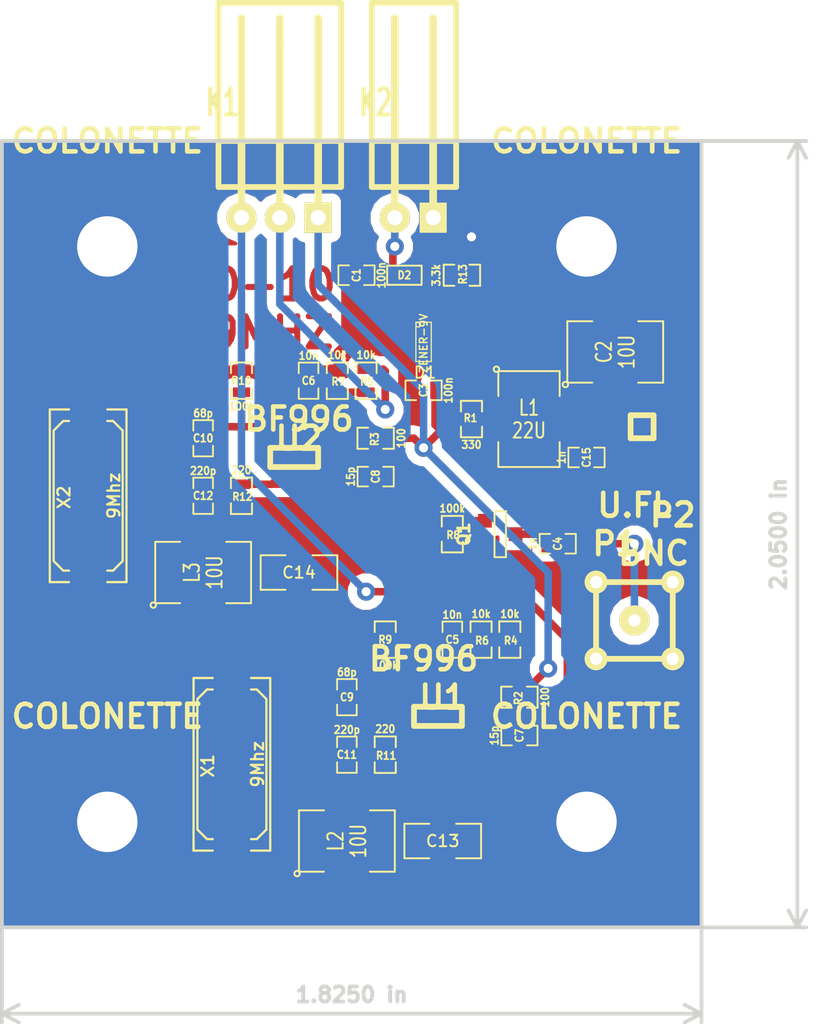
<source format=kicad_pcb>
(kicad_pcb (version 3) (host pcbnew "(2013-05-31 BZR 4019)-stable")

  (general
    (links 77)
    (no_connects 0)
    (area 23.1196 18.636499 84.706333 192.183501)
    (thickness 1.6)
    (drawings 4)
    (tracks 173)
    (zones 0)
    (modules 46)
    (nets 23)
  )

  (page A4)
  (title_block 
    (title "JK330-Oscillateur Local 09Mhz")
    (rev V0-10)
    (company F4DEB)
  )

  (layers
    (15 Dessus.Cu signal)
    (0 Dessous.Cu signal)
    (16 Dessous.Adhes user)
    (17 Dessus.Adhes user)
    (18 Dessous.Pate user)
    (19 Dessus.Pate user)
    (20 Dessous.SilkS user)
    (21 Dessus.SilkS user)
    (22 Dessous.Masque user)
    (23 Dessus.Masque user)
    (24 Dessin.User user)
    (25 Cmts.User user)
    (26 Eco1.User user)
    (27 Eco2.User user)
    (28 Contours.Ci user)
  )

  (setup
    (last_trace_width 0.5)
    (user_trace_width 0.4)
    (user_trace_width 0.5)
    (trace_clearance 0.35)
    (zone_clearance 0.608)
    (zone_45_only no)
    (trace_min 0.254)
    (segment_width 0.2)
    (edge_width 0.4)
    (via_size 1.2)
    (via_drill 0.6)
    (via_min_size 0.889)
    (via_min_drill 0.508)
    (uvia_size 0.508)
    (uvia_drill 0.127)
    (uvias_allowed no)
    (uvia_min_size 0.508)
    (uvia_min_drill 0.127)
    (pcb_text_width 0.3)
    (pcb_text_size 1 1)
    (mod_edge_width 0.381)
    (mod_text_size 1 1)
    (mod_text_width 0.15)
    (pad_size 8.99922 8.99922)
    (pad_drill 4.000498)
    (pad_to_mask_clearance 0)
    (aux_axis_origin 0 0)
    (visible_elements 7FFFFFFF)
    (pcbplotparams
      (layerselection 3178497)
      (usegerberextensions true)
      (excludeedgelayer true)
      (linewidth 0.150000)
      (plotframeref false)
      (viasonmask false)
      (mode 1)
      (useauxorigin false)
      (hpglpennumber 1)
      (hpglpenspeed 20)
      (hpglpendiameter 15)
      (hpglpenoverlay 2)
      (psnegative false)
      (psa4output false)
      (plotreference true)
      (plotvalue true)
      (plotothertext true)
      (plotinvisibletext false)
      (padsonsilk false)
      (subtractmaskfromsilk false)
      (outputformat 1)
      (mirror false)
      (drillshape 1)
      (scaleselection 1)
      (outputdirectory ""))
  )

  (net 0 "")
  (net 1 +12V)
  (net 2 GND)
  (net 3 N-000001)
  (net 4 N-0000012)
  (net 5 N-0000013)
  (net 6 N-0000014)
  (net 7 N-0000015)
  (net 8 N-0000016)
  (net 9 N-0000017)
  (net 10 N-0000018)
  (net 11 N-0000019)
  (net 12 N-0000020)
  (net 13 N-0000021)
  (net 14 N-0000022)
  (net 15 N-0000023)
  (net 16 N-0000024)
  (net 17 N-0000025)
  (net 18 N-0000026)
  (net 19 N-000003)
  (net 20 N-000004)
  (net 21 N-000005)
  (net 22 N-000008)

  (net_class Default "Ceci est la Netclass par défaut"
    (clearance 0.35)
    (trace_width 0.5)
    (via_dia 1.2)
    (via_drill 0.6)
    (uvia_dia 0.508)
    (uvia_drill 0.127)
    (add_net "")
    (add_net +12V)
    (add_net GND)
    (add_net N-000001)
    (add_net N-0000012)
    (add_net N-0000013)
    (add_net N-0000014)
    (add_net N-0000015)
    (add_net N-0000016)
    (add_net N-0000017)
    (add_net N-0000018)
    (add_net N-0000019)
    (add_net N-0000020)
    (add_net N-0000021)
    (add_net N-0000022)
    (add_net N-0000023)
    (add_net N-0000024)
    (add_net N-0000025)
    (add_net N-0000026)
    (add_net N-000003)
    (add_net N-000004)
    (add_net N-000005)
    (add_net N-000008)
  )

  (module U.FL (layer Dessus.Cu) (tedit 5156F41B) (tstamp 515700A1)
    (at 67.437 48.006 180)
    (path /5156F2EC)
    (fp_text reference P2 (at -1.27 -5.08 180) (layer Dessus.SilkS)
      (effects (font (size 1.524 1.524) (thickness 0.3048)))
    )
    (fp_text value BNC (at 0 -7.62 180) (layer Dessus.SilkS)
      (effects (font (size 1.524 1.524) (thickness 0.3048)))
    )
    (fp_line (start 1.524 0) (end 1.524 1.524) (layer Dessus.SilkS) (width 0.381))
    (fp_line (start 1.524 1.524) (end 0 1.524) (layer Dessus.SilkS) (width 0.381))
    (fp_line (start 0 1.524) (end 0 0) (layer Dessus.SilkS) (width 0.381))
    (fp_line (start 0 0) (end 1.524 0) (layer Dessus.SilkS) (width 0.381))
    (pad 1 smd rect (at 0.762 -0.508 180) (size 0.8 2)
      (layers Dessus.Cu Dessus.Pate Dessus.Masque)
      (net 4 N-0000012)
    )
    (pad 2 smd rect (at 0.762 2.54 180) (size 0.8 2)
      (layers Dessus.Cu Dessus.Pate Dessus.Masque)
      (net 2 GND)
    )
    (pad 2 smd rect (at -0.508 0.762 180) (size 0.8 2)
      (layers Dessus.Cu Dessus.Pate Dessus.Masque)
      (net 2 GND)
    )
    (pad 2 smd rect (at 2.032 0.762 180) (size 0.8 2)
      (layers Dessus.Cu Dessus.Pate Dessus.Masque)
      (net 2 GND)
    )
    (model ../../git-f4deb-cen-electronic-library/wings/UFL.wrl
      (at (xyz 0 0 0))
      (scale (xyz 1 1 1))
      (rotate (xyz -90 0 0))
    )
  )

  (module SM0603_Capa (layer Dessus.Cu) (tedit 5051B1EC) (tstamp 51570096)
    (at 62.992 49.276)
    (path /5156F305)
    (attr smd)
    (fp_text reference C15 (at 0 0 90) (layer Dessus.SilkS)
      (effects (font (size 0.508 0.4572) (thickness 0.1143)))
    )
    (fp_text value 1n (at -1.651 0 90) (layer Dessus.SilkS)
      (effects (font (size 0.508 0.4572) (thickness 0.1143)))
    )
    (fp_line (start 0.50038 0.65024) (end 1.19888 0.65024) (layer Dessus.SilkS) (width 0.11938))
    (fp_line (start -0.50038 0.65024) (end -1.19888 0.65024) (layer Dessus.SilkS) (width 0.11938))
    (fp_line (start 0.50038 -0.65024) (end 1.19888 -0.65024) (layer Dessus.SilkS) (width 0.11938))
    (fp_line (start -1.19888 -0.65024) (end -0.50038 -0.65024) (layer Dessus.SilkS) (width 0.11938))
    (fp_line (start 1.19888 -0.635) (end 1.19888 0.635) (layer Dessus.SilkS) (width 0.11938))
    (fp_line (start -1.19888 0.635) (end -1.19888 -0.635) (layer Dessus.SilkS) (width 0.11938))
    (pad 1 smd rect (at -0.762 0) (size 0.635 1.143)
      (layers Dessus.Cu Dessus.Pate Dessus.Masque)
      (net 5 N-0000013)
    )
    (pad 2 smd rect (at 0.762 0) (size 0.635 1.143)
      (layers Dessus.Cu Dessus.Pate Dessus.Masque)
      (net 4 N-0000012)
    )
    (model smd\capacitors\C0603.wrl
      (at (xyz 0 0 0.001))
      (scale (xyz 0.5 0.5 0.5))
      (rotate (xyz 0 0 0))
    )
  )

  (module SOT23EBC (layer Dessus.Cu) (tedit 3F980186) (tstamp 5157008C)
    (at 57.277 54.356 90)
    (descr "Module CMS SOT23 Transistore EBC")
    (tags "CMS SOT")
    (path /514F74E0)
    (attr smd)
    (fp_text reference Q1 (at 0 -2.413 90) (layer Dessus.SilkS)
      (effects (font (size 0.762 0.762) (thickness 0.2032)))
    )
    (fp_text value BSN20 (at 0 0 90) (layer Dessus.SilkS) hide
      (effects (font (size 0.762 0.762) (thickness 0.2032)))
    )
    (fp_line (start -1.524 -0.381) (end 1.524 -0.381) (layer Dessus.SilkS) (width 0.127))
    (fp_line (start 1.524 -0.381) (end 1.524 0.381) (layer Dessus.SilkS) (width 0.127))
    (fp_line (start 1.524 0.381) (end -1.524 0.381) (layer Dessus.SilkS) (width 0.127))
    (fp_line (start -1.524 0.381) (end -1.524 -0.381) (layer Dessus.SilkS) (width 0.127))
    (pad 1 smd rect (at -0.889 -1.016 90) (size 0.9144 0.9144)
      (layers Dessus.Cu Dessus.Pate Dessus.Masque)
      (net 2 GND)
    )
    (pad 2 smd rect (at 0.889 -1.016 90) (size 0.9144 0.9144)
      (layers Dessus.Cu Dessus.Pate Dessus.Masque)
      (net 18 N-0000026)
    )
    (pad 3 smd rect (at 0 1.016 90) (size 0.9144 0.9144)
      (layers Dessus.Cu Dessus.Pate Dessus.Masque)
      (net 5 N-0000013)
    )
    (model smd/cms_sot23.wrl
      (at (xyz 0 0 0))
      (scale (xyz 0.13 0.15 0.15))
      (rotate (xyz 0 0 0))
    )
  )

  (module KK-2-HOR (layer Dessus.Cu) (tedit 5150C666) (tstamp 5157007C)
    (at 50.292 33.401)
    (descr "Connecteur 4 pibs")
    (tags "CONN DEV")
    (path /514F7C44)
    (fp_text reference K2 (at -1.27 -7.62) (layer Dessus.SilkS)
      (effects (font (size 1.73482 1.08712) (thickness 0.27178)))
    )
    (fp_text value CONN_2 (at -5.08 -5.08) (layer Dessus.SilkS) hide
      (effects (font (size 1.524 1.016) (thickness 0.3048)))
    )
    (fp_line (start 4.064 -2.032) (end -1.524 -2.032) (layer Dessus.SilkS) (width 0.381))
    (fp_line (start 4.064 -5.08) (end -1.524 -5.08) (layer Dessus.SilkS) (width 0.381))
    (fp_line (start 4.064 -14.224) (end -1.524 -14.224) (layer Dessus.SilkS) (width 0.381))
    (fp_line (start -1.524 -14.224) (end -1.524 -10.668) (layer Dessus.SilkS) (width 0.15))
    (fp_line (start -1.524 -2.032) (end -1.524 -13.97) (layer Dessus.SilkS) (width 0.15))
    (fp_line (start -1.524 -13.97) (end -1.524 -14.224) (layer Dessus.SilkS) (width 0.15))
    (fp_line (start 4.064 -2.032) (end 4.064 -14.224) (layer Dessus.SilkS) (width 0.381))
    (fp_line (start 0 -11.684) (end 0 -13.208) (layer Dessus.SilkS) (width 0.508))
    (fp_line (start 2.54 -1.016) (end 2.54 -13.208) (layer Dessus.SilkS) (width 0.508))
    (fp_line (start 0 -1.016) (end 0 -11.684) (layer Dessus.SilkS) (width 0.508))
    (fp_line (start -1.524 -2.032) (end -1.524 -14.224) (layer Dessus.SilkS) (width 0.381))
    (pad 1 thru_hole rect (at 2.54 0) (size 1.80086 1.99898) (drill 1.00076)
      (layers *.Cu *.Mask Dessus.SilkS)
      (net 2 GND)
    )
    (pad 2 thru_hole circle (at 0 0) (size 1.99898 1.99898) (drill 1.00076)
      (layers *.Cu *.Mask Dessus.SilkS)
      (net 1 +12V)
    )
    (model ../../git-f4deb-cen-electronic-library/wings/KK-2-H.wrl
      (at (xyz 0 0 0))
      (scale (xyz 1 1 1))
      (rotate (xyz 0 0 0))
    )
  )

  (module COLONETTE (layer Dessus.Cu) (tedit 5156F59F) (tstamp 51570078)
    (at 62.992 35.306)
    (path /5150C11B)
    (fp_text reference K6 (at 0 0) (layer Dessus.SilkS)
      (effects (font (size 1.524 1.524) (thickness 0.3048)))
    )
    (fp_text value COLONETTE (at 0 -6.985) (layer Dessus.SilkS)
      (effects (font (size 1.524 1.524) (thickness 0.3048)))
    )
    (pad 1 thru_hole circle (at 0 0) (size 8.99922 8.99922) (drill 4.000498)
      (layers *.Cu)
      (net 2 GND)
    )
    (model ../../git-f4deb-cen-electronic-library/wings/Colonette1.wrl
      (at (xyz 0 0 0))
      (scale (xyz 1 1 1))
      (rotate (xyz 0 0 0))
    )
  )

  (module COLONETTE (layer Dessus.Cu) (tedit 5156F5A4) (tstamp 51570074)
    (at 31.242 73.406)
    (path /5150C10C)
    (fp_text reference K5 (at 0 0) (layer Dessus.SilkS)
      (effects (font (size 1.524 1.524) (thickness 0.3048)))
    )
    (fp_text value COLONETTE (at 0 -6.985) (layer Dessus.SilkS)
      (effects (font (size 1.524 1.524) (thickness 0.3048)))
    )
    (pad 1 thru_hole circle (at 0 0) (size 8.99922 8.99922) (drill 4.000498)
      (layers *.Cu)
      (net 2 GND)
    )
    (model ../../git-f4deb-cen-electronic-library/wings/Colonette1.wrl
      (at (xyz 0 0 0))
      (scale (xyz 1 1 1))
      (rotate (xyz 0 0 0))
    )
  )

  (module COLONETTE (layer Dessus.Cu) (tedit 5156F599) (tstamp 51570070)
    (at 31.242 35.306)
    (path /5150C0FD)
    (fp_text reference K4 (at 0 0) (layer Dessus.SilkS)
      (effects (font (size 1.524 1.524) (thickness 0.3048)))
    )
    (fp_text value COLONETTE (at 0 -6.985) (layer Dessus.SilkS)
      (effects (font (size 1.524 1.524) (thickness 0.3048)))
    )
    (pad 1 thru_hole circle (at 0 0) (size 8.99922 8.99922) (drill 4.000498)
      (layers *.Cu)
      (net 2 GND)
    )
    (model ../../git-f4deb-cen-electronic-library/wings/Colonette1.wrl
      (at (xyz 0 0 0))
      (scale (xyz 1 1 1))
      (rotate (xyz 0 0 0))
    )
  )

  (module COLONETTE (layer Dessus.Cu) (tedit 5156F5A9) (tstamp 5157006C)
    (at 62.992 73.406)
    (path /5150C0EE)
    (fp_text reference K3 (at 0 0) (layer Dessus.SilkS)
      (effects (font (size 1.524 1.524) (thickness 0.3048)))
    )
    (fp_text value COLONETTE (at 0 -6.985) (layer Dessus.SilkS)
      (effects (font (size 1.524 1.524) (thickness 0.3048)))
    )
    (pad 1 thru_hole circle (at 0 0) (size 8.99922 8.99922) (drill 4.000498)
      (layers *.Cu)
      (net 2 GND)
    )
    (model ../../git-f4deb-cen-electronic-library/wings/Colonette1.wrl
      (at (xyz 0 0 0))
      (scale (xyz 1 1 1))
      (rotate (xyz 0 0 0))
    )
  )

  (module Q_49U3HMS (layer Dessus.Cu) (tedit 511CC0BB) (tstamp 51570057)
    (at 29.972 51.816 90)
    (path /514F65B4)
    (fp_text reference X2 (at -0.1 -1.6 90) (layer Dessus.SilkS)
      (effects (font (size 0.8 0.8) (thickness 0.15)))
    )
    (fp_text value 9Mhz (at 0 1.7 90) (layer Dessus.SilkS)
      (effects (font (size 0.8 0.8) (thickness 0.15)))
    )
    (fp_line (start -4.953 -1.651) (end -4.953 -1.27) (layer Dessus.SilkS) (width 0.15))
    (fp_line (start -4.953 1.651) (end -4.953 1.27) (layer Dessus.SilkS) (width 0.15))
    (fp_line (start 4.953 1.651) (end 4.953 1.27) (layer Dessus.SilkS) (width 0.15))
    (fp_line (start 4.953 -1.651) (end 4.953 -1.27) (layer Dessus.SilkS) (width 0.15))
    (fp_line (start 5.715 -2.54) (end 5.715 -1.27) (layer Dessus.SilkS) (width 0.15))
    (fp_line (start 5.715 2.54) (end 5.715 1.27) (layer Dessus.SilkS) (width 0.15))
    (fp_line (start -5.715 2.54) (end -5.715 1.27) (layer Dessus.SilkS) (width 0.15))
    (fp_line (start -5.715 -2.54) (end -5.715 -1.27) (layer Dessus.SilkS) (width 0.15))
    (fp_line (start -4.953 1.651) (end -4.318 2.286) (layer Dessus.SilkS) (width 0.15))
    (fp_line (start -4.318 2.286) (end 4.318 2.286) (layer Dessus.SilkS) (width 0.15))
    (fp_line (start 4.318 2.286) (end 4.953 1.651) (layer Dessus.SilkS) (width 0.15))
    (fp_line (start 4.953 -1.651) (end 4.318 -2.286) (layer Dessus.SilkS) (width 0.15))
    (fp_line (start 4.318 -2.286) (end -4.318 -2.286) (layer Dessus.SilkS) (width 0.15))
    (fp_line (start -4.318 -2.286) (end -4.953 -1.651) (layer Dessus.SilkS) (width 0.15))
    (fp_line (start 5.715 2.54) (end -5.715 2.54) (layer Dessus.SilkS) (width 0.15))
    (fp_line (start -5.715 -2.54) (end 5.715 -2.54) (layer Dessus.SilkS) (width 0.15))
    (pad 1 smd rect (at -4.699 0 90) (size 5.4991 1.99898)
      (layers Dessus.Cu Dessus.Pate Dessus.Masque)
      (net 9 N-0000017)
    )
    (pad 2 smd rect (at 4.699 0 90) (size 5.4991 1.99898)
      (layers Dessus.Cu Dessus.Pate Dessus.Masque)
      (net 14 N-0000022)
    )
    (model discret/xtal/crystal_hc-49-smd.wrl
      (at (xyz 0 0 0))
      (scale (xyz 1 1 1))
      (rotate (xyz 0 0 0))
    )
  )

  (module Q_49U3HMS (layer Dessus.Cu) (tedit 5150C6E9) (tstamp 51570042)
    (at 39.497 69.596 90)
    (path /514F7138)
    (fp_text reference X1 (at -0.1 -1.6 90) (layer Dessus.SilkS)
      (effects (font (size 0.8 0.8) (thickness 0.15)))
    )
    (fp_text value 9Mhz (at 0 1.7 90) (layer Dessus.SilkS)
      (effects (font (size 0.8 0.8) (thickness 0.15)))
    )
    (fp_line (start -4.953 -1.651) (end -4.953 -1.27) (layer Dessus.SilkS) (width 0.15))
    (fp_line (start -4.953 1.651) (end -4.953 1.27) (layer Dessus.SilkS) (width 0.15))
    (fp_line (start 4.953 1.651) (end 4.953 1.27) (layer Dessus.SilkS) (width 0.15))
    (fp_line (start 4.953 -1.651) (end 4.953 -1.27) (layer Dessus.SilkS) (width 0.15))
    (fp_line (start 5.715 -2.54) (end 5.715 -1.27) (layer Dessus.SilkS) (width 0.15))
    (fp_line (start 5.715 2.54) (end 5.715 1.27) (layer Dessus.SilkS) (width 0.15))
    (fp_line (start -5.715 2.54) (end -5.715 1.27) (layer Dessus.SilkS) (width 0.15))
    (fp_line (start -5.715 -2.54) (end -5.715 -1.27) (layer Dessus.SilkS) (width 0.15))
    (fp_line (start -4.953 1.651) (end -4.318 2.286) (layer Dessus.SilkS) (width 0.15))
    (fp_line (start -4.318 2.286) (end 4.318 2.286) (layer Dessus.SilkS) (width 0.15))
    (fp_line (start 4.318 2.286) (end 4.953 1.651) (layer Dessus.SilkS) (width 0.15))
    (fp_line (start 4.953 -1.651) (end 4.318 -2.286) (layer Dessus.SilkS) (width 0.15))
    (fp_line (start 4.318 -2.286) (end -4.318 -2.286) (layer Dessus.SilkS) (width 0.15))
    (fp_line (start -4.318 -2.286) (end -4.953 -1.651) (layer Dessus.SilkS) (width 0.15))
    (fp_line (start 5.715 2.54) (end -5.715 2.54) (layer Dessus.SilkS) (width 0.15))
    (fp_line (start -5.715 -2.54) (end 5.715 -2.54) (layer Dessus.SilkS) (width 0.15))
    (pad 1 smd rect (at -4.699 0 90) (size 5.4991 1.99898)
      (layers Dessus.Cu Dessus.Pate Dessus.Masque)
      (net 19 N-000003)
    )
    (pad 2 smd rect (at 4.699 0 90) (size 5.4991 1.99898)
      (layers Dessus.Cu Dessus.Pate Dessus.Masque)
      (net 15 N-0000023)
    )
    (model discret/xtal/crystal_hc-49-smd.wrl
      (at (xyz 0 0 0))
      (scale (xyz 1 1 1))
      (rotate (xyz 0 0 0))
    )
  )

  (module SIL-3"1/2-3-HOR (layer Dessus.Cu) (tedit 51521206) (tstamp 51570031)
    (at 40.132 33.401)
    (descr "Connecteur 4 pibs")
    (tags "CONN DEV")
    (path /514F7900)
    (fp_text reference K1 (at -1.27 -7.62) (layer Dessus.SilkS)
      (effects (font (size 1.73482 1.08712) (thickness 0.27178)))
    )
    (fp_text value CONN_3 (at -5.08 -5.08) (layer Dessus.SilkS) hide
      (effects (font (size 1.524 1.016) (thickness 0.3048)))
    )
    (fp_line (start -1.524 -5.08) (end 6.604 -5.08) (layer Dessus.SilkS) (width 0.381))
    (fp_line (start 6.604 -2.032) (end -1.524 -2.032) (layer Dessus.SilkS) (width 0.381))
    (fp_line (start -1.524 -14.224) (end 6.604 -14.224) (layer Dessus.SilkS) (width 0.381))
    (fp_line (start 6.604 -2.032) (end 6.604 -14.224) (layer Dessus.SilkS) (width 0.381))
    (fp_line (start 0 -1.016) (end 0 -13.208) (layer Dessus.SilkS) (width 0.508))
    (fp_line (start 2.54 -11.684) (end 2.54 -13.208) (layer Dessus.SilkS) (width 0.508))
    (fp_line (start 5.08 -1.016) (end 5.08 -13.208) (layer Dessus.SilkS) (width 0.508))
    (fp_line (start 2.54 -1.016) (end 2.54 -11.684) (layer Dessus.SilkS) (width 0.508))
    (fp_line (start 0 -2.54) (end 0 -11.684) (layer Dessus.SilkS) (width 0.381))
    (fp_line (start 0 -1.016) (end 0 -2.032) (layer Dessus.SilkS) (width 0.381))
    (fp_line (start -1.524 -2.032) (end -1.524 -14.224) (layer Dessus.SilkS) (width 0.381))
    (pad 1 thru_hole rect (at 5.08 0) (size 1.80086 1.99898) (drill 1.00076)
      (layers *.Cu *.Mask Dessus.SilkS)
      (net 12 N-0000020)
    )
    (pad 2 thru_hole circle (at 2.54 0) (size 1.99898 1.99898) (drill 1.00076)
      (layers *.Cu *.Mask Dessus.SilkS)
      (net 8 N-0000016)
    )
    (pad 3 thru_hole circle (at 0 0) (size 1.99898 1.99898) (drill 1.00076)
      (layers *.Cu *.Mask Dessus.SilkS)
      (net 7 N-0000015)
    )
    (model ../../git-f4deb-cen-electronic-library/wings/KK-3-H.wrl
      (at (xyz 0 0 0))
      (scale (xyz 1 1 1))
      (rotate (xyz 0 0 0))
    )
  )

  (module SM0603 (layer Dessus.Cu) (tedit 4E43A3D1) (tstamp 51570028)
    (at 50.927 37.211)
    (path /514F8EA2)
    (attr smd)
    (fp_text reference D2 (at 0 0) (layer Dessus.SilkS)
      (effects (font (size 0.508 0.4572) (thickness 0.1143)))
    )
    (fp_text value LED (at 0 0) (layer Dessus.SilkS) hide
      (effects (font (size 0.508 0.4572) (thickness 0.1143)))
    )
    (fp_line (start -1.143 -0.635) (end 1.143 -0.635) (layer Dessus.SilkS) (width 0.127))
    (fp_line (start 1.143 -0.635) (end 1.143 0.635) (layer Dessus.SilkS) (width 0.127))
    (fp_line (start 1.143 0.635) (end -1.143 0.635) (layer Dessus.SilkS) (width 0.127))
    (fp_line (start -1.143 0.635) (end -1.143 -0.635) (layer Dessus.SilkS) (width 0.127))
    (pad 1 smd rect (at -0.762 0) (size 0.635 1.143)
      (layers Dessus.Cu Dessus.Pate Dessus.Masque)
      (net 1 +12V)
    )
    (pad 2 smd rect (at 0.762 0) (size 0.635 1.143)
      (layers Dessus.Cu Dessus.Pate Dessus.Masque)
      (net 22 N-000008)
    )
    (model smd\resistors\R0603.wrl
      (at (xyz 0 0 0.001))
      (scale (xyz 0.5 0.5 0.5))
      (rotate (xyz 0 0 0))
    )
  )

  (module SM0603_Capa (layer Dessus.Cu) (tedit 5051B1EC) (tstamp 5157001D)
    (at 37.592 51.816 270)
    (path /514F6650)
    (attr smd)
    (fp_text reference C12 (at 0 0 360) (layer Dessus.SilkS)
      (effects (font (size 0.508 0.4572) (thickness 0.1143)))
    )
    (fp_text value 220p (at -1.651 0 360) (layer Dessus.SilkS)
      (effects (font (size 0.508 0.4572) (thickness 0.1143)))
    )
    (fp_line (start 0.50038 0.65024) (end 1.19888 0.65024) (layer Dessus.SilkS) (width 0.11938))
    (fp_line (start -0.50038 0.65024) (end -1.19888 0.65024) (layer Dessus.SilkS) (width 0.11938))
    (fp_line (start 0.50038 -0.65024) (end 1.19888 -0.65024) (layer Dessus.SilkS) (width 0.11938))
    (fp_line (start -1.19888 -0.65024) (end -0.50038 -0.65024) (layer Dessus.SilkS) (width 0.11938))
    (fp_line (start 1.19888 -0.635) (end 1.19888 0.635) (layer Dessus.SilkS) (width 0.11938))
    (fp_line (start -1.19888 0.635) (end -1.19888 -0.635) (layer Dessus.SilkS) (width 0.11938))
    (pad 1 smd rect (at -0.762 0 270) (size 0.635 1.143)
      (layers Dessus.Cu Dessus.Pate Dessus.Masque)
      (net 13 N-0000021)
    )
    (pad 2 smd rect (at 0.762 0 270) (size 0.635 1.143)
      (layers Dessus.Cu Dessus.Pate Dessus.Masque)
      (net 2 GND)
    )
    (model smd\capacitors\C0603.wrl
      (at (xyz 0 0 0.001))
      (scale (xyz 0.5 0.5 0.5))
      (rotate (xyz 0 0 0))
    )
  )

  (module SM0603_Capa (layer Dessus.Cu) (tedit 5051B1EC) (tstamp 51570012)
    (at 44.577 44.196 270)
    (path /514F6C88)
    (attr smd)
    (fp_text reference C6 (at 0 0 360) (layer Dessus.SilkS)
      (effects (font (size 0.508 0.4572) (thickness 0.1143)))
    )
    (fp_text value 10n (at -1.651 0 360) (layer Dessus.SilkS)
      (effects (font (size 0.508 0.4572) (thickness 0.1143)))
    )
    (fp_line (start 0.50038 0.65024) (end 1.19888 0.65024) (layer Dessus.SilkS) (width 0.11938))
    (fp_line (start -0.50038 0.65024) (end -1.19888 0.65024) (layer Dessus.SilkS) (width 0.11938))
    (fp_line (start 0.50038 -0.65024) (end 1.19888 -0.65024) (layer Dessus.SilkS) (width 0.11938))
    (fp_line (start -1.19888 -0.65024) (end -0.50038 -0.65024) (layer Dessus.SilkS) (width 0.11938))
    (fp_line (start 1.19888 -0.635) (end 1.19888 0.635) (layer Dessus.SilkS) (width 0.11938))
    (fp_line (start -1.19888 0.635) (end -1.19888 -0.635) (layer Dessus.SilkS) (width 0.11938))
    (pad 1 smd rect (at -0.762 0 270) (size 0.635 1.143)
      (layers Dessus.Cu Dessus.Pate Dessus.Masque)
      (net 2 GND)
    )
    (pad 2 smd rect (at 0.762 0 270) (size 0.635 1.143)
      (layers Dessus.Cu Dessus.Pate Dessus.Masque)
      (net 11 N-0000019)
    )
    (model smd\capacitors\C0603.wrl
      (at (xyz 0 0 0.001))
      (scale (xyz 0.5 0.5 0.5))
      (rotate (xyz 0 0 0))
    )
  )

  (module SM0603_Capa (layer Dessus.Cu) (tedit 5051B1EC) (tstamp 51570007)
    (at 52.197 44.831 180)
    (path /514F6DC6)
    (attr smd)
    (fp_text reference C3 (at 0 0 270) (layer Dessus.SilkS)
      (effects (font (size 0.508 0.4572) (thickness 0.1143)))
    )
    (fp_text value 100n (at -1.651 0 270) (layer Dessus.SilkS)
      (effects (font (size 0.508 0.4572) (thickness 0.1143)))
    )
    (fp_line (start 0.50038 0.65024) (end 1.19888 0.65024) (layer Dessus.SilkS) (width 0.11938))
    (fp_line (start -0.50038 0.65024) (end -1.19888 0.65024) (layer Dessus.SilkS) (width 0.11938))
    (fp_line (start 0.50038 -0.65024) (end 1.19888 -0.65024) (layer Dessus.SilkS) (width 0.11938))
    (fp_line (start -1.19888 -0.65024) (end -0.50038 -0.65024) (layer Dessus.SilkS) (width 0.11938))
    (fp_line (start 1.19888 -0.635) (end 1.19888 0.635) (layer Dessus.SilkS) (width 0.11938))
    (fp_line (start -1.19888 0.635) (end -1.19888 -0.635) (layer Dessus.SilkS) (width 0.11938))
    (pad 1 smd rect (at -0.762 0 180) (size 0.635 1.143)
      (layers Dessus.Cu Dessus.Pate Dessus.Masque)
      (net 12 N-0000020)
    )
    (pad 2 smd rect (at 0.762 0 180) (size 0.635 1.143)
      (layers Dessus.Cu Dessus.Pate Dessus.Masque)
      (net 2 GND)
    )
    (model smd\capacitors\C0603.wrl
      (at (xyz 0 0 0.001))
      (scale (xyz 0.5 0.5 0.5))
      (rotate (xyz 0 0 0))
    )
  )

  (module SM0603_Capa (layer Dessus.Cu) (tedit 5051B1EC) (tstamp 5156FFFC)
    (at 49.022 50.546)
    (path /514F6FBA)
    (attr smd)
    (fp_text reference C8 (at 0 0 90) (layer Dessus.SilkS)
      (effects (font (size 0.508 0.4572) (thickness 0.1143)))
    )
    (fp_text value 15p (at -1.651 0 90) (layer Dessus.SilkS)
      (effects (font (size 0.508 0.4572) (thickness 0.1143)))
    )
    (fp_line (start 0.50038 0.65024) (end 1.19888 0.65024) (layer Dessus.SilkS) (width 0.11938))
    (fp_line (start -0.50038 0.65024) (end -1.19888 0.65024) (layer Dessus.SilkS) (width 0.11938))
    (fp_line (start 0.50038 -0.65024) (end 1.19888 -0.65024) (layer Dessus.SilkS) (width 0.11938))
    (fp_line (start -1.19888 -0.65024) (end -0.50038 -0.65024) (layer Dessus.SilkS) (width 0.11938))
    (fp_line (start 1.19888 -0.635) (end 1.19888 0.635) (layer Dessus.SilkS) (width 0.11938))
    (fp_line (start -1.19888 0.635) (end -1.19888 -0.635) (layer Dessus.SilkS) (width 0.11938))
    (pad 1 smd rect (at -0.762 0) (size 0.635 1.143)
      (layers Dessus.Cu Dessus.Pate Dessus.Masque)
      (net 17 N-0000025)
    )
    (pad 2 smd rect (at 0.762 0) (size 0.635 1.143)
      (layers Dessus.Cu Dessus.Pate Dessus.Masque)
      (net 18 N-0000026)
    )
    (model smd\capacitors\C0603.wrl
      (at (xyz 0 0 0.001))
      (scale (xyz 0.5 0.5 0.5))
      (rotate (xyz 0 0 0))
    )
  )

  (module SM0603_Capa (layer Dessus.Cu) (tedit 5051B1EC) (tstamp 5156FFF1)
    (at 47.117 65.151 270)
    (path /514F7132)
    (attr smd)
    (fp_text reference C9 (at 0 0 360) (layer Dessus.SilkS)
      (effects (font (size 0.508 0.4572) (thickness 0.1143)))
    )
    (fp_text value 68p (at -1.651 0 360) (layer Dessus.SilkS)
      (effects (font (size 0.508 0.4572) (thickness 0.1143)))
    )
    (fp_line (start 0.50038 0.65024) (end 1.19888 0.65024) (layer Dessus.SilkS) (width 0.11938))
    (fp_line (start -0.50038 0.65024) (end -1.19888 0.65024) (layer Dessus.SilkS) (width 0.11938))
    (fp_line (start 0.50038 -0.65024) (end 1.19888 -0.65024) (layer Dessus.SilkS) (width 0.11938))
    (fp_line (start -1.19888 -0.65024) (end -0.50038 -0.65024) (layer Dessus.SilkS) (width 0.11938))
    (fp_line (start 1.19888 -0.635) (end 1.19888 0.635) (layer Dessus.SilkS) (width 0.11938))
    (fp_line (start -1.19888 0.635) (end -1.19888 -0.635) (layer Dessus.SilkS) (width 0.11938))
    (pad 1 smd rect (at -0.762 0 270) (size 0.635 1.143)
      (layers Dessus.Cu Dessus.Pate Dessus.Masque)
      (net 15 N-0000023)
    )
    (pad 2 smd rect (at 0.762 0 270) (size 0.635 1.143)
      (layers Dessus.Cu Dessus.Pate Dessus.Masque)
      (net 16 N-0000024)
    )
    (model smd\capacitors\C0603.wrl
      (at (xyz 0 0 0.001))
      (scale (xyz 0.5 0.5 0.5))
      (rotate (xyz 0 0 0))
    )
  )

  (module SM0603_Capa (layer Dessus.Cu) (tedit 5051B1EC) (tstamp 5156FFE6)
    (at 47.117 68.961 270)
    (path /514F7150)
    (attr smd)
    (fp_text reference C11 (at 0 0 360) (layer Dessus.SilkS)
      (effects (font (size 0.508 0.4572) (thickness 0.1143)))
    )
    (fp_text value 220p (at -1.651 0 360) (layer Dessus.SilkS)
      (effects (font (size 0.508 0.4572) (thickness 0.1143)))
    )
    (fp_line (start 0.50038 0.65024) (end 1.19888 0.65024) (layer Dessus.SilkS) (width 0.11938))
    (fp_line (start -0.50038 0.65024) (end -1.19888 0.65024) (layer Dessus.SilkS) (width 0.11938))
    (fp_line (start 0.50038 -0.65024) (end 1.19888 -0.65024) (layer Dessus.SilkS) (width 0.11938))
    (fp_line (start -1.19888 -0.65024) (end -0.50038 -0.65024) (layer Dessus.SilkS) (width 0.11938))
    (fp_line (start 1.19888 -0.635) (end 1.19888 0.635) (layer Dessus.SilkS) (width 0.11938))
    (fp_line (start -1.19888 0.635) (end -1.19888 -0.635) (layer Dessus.SilkS) (width 0.11938))
    (pad 1 smd rect (at -0.762 0 270) (size 0.635 1.143)
      (layers Dessus.Cu Dessus.Pate Dessus.Masque)
      (net 16 N-0000024)
    )
    (pad 2 smd rect (at 0.762 0 270) (size 0.635 1.143)
      (layers Dessus.Cu Dessus.Pate Dessus.Masque)
      (net 2 GND)
    )
    (model smd\capacitors\C0603.wrl
      (at (xyz 0 0 0.001))
      (scale (xyz 0.5 0.5 0.5))
      (rotate (xyz 0 0 0))
    )
  )

  (module SM0603_Capa (layer Dessus.Cu) (tedit 5051B1EC) (tstamp 5156FFDB)
    (at 54.102 61.341 270)
    (path /514F7191)
    (attr smd)
    (fp_text reference C5 (at 0 0 360) (layer Dessus.SilkS)
      (effects (font (size 0.508 0.4572) (thickness 0.1143)))
    )
    (fp_text value 10n (at -1.651 0 360) (layer Dessus.SilkS)
      (effects (font (size 0.508 0.4572) (thickness 0.1143)))
    )
    (fp_line (start 0.50038 0.65024) (end 1.19888 0.65024) (layer Dessus.SilkS) (width 0.11938))
    (fp_line (start -0.50038 0.65024) (end -1.19888 0.65024) (layer Dessus.SilkS) (width 0.11938))
    (fp_line (start 0.50038 -0.65024) (end 1.19888 -0.65024) (layer Dessus.SilkS) (width 0.11938))
    (fp_line (start -1.19888 -0.65024) (end -0.50038 -0.65024) (layer Dessus.SilkS) (width 0.11938))
    (fp_line (start 1.19888 -0.635) (end 1.19888 0.635) (layer Dessus.SilkS) (width 0.11938))
    (fp_line (start -1.19888 0.635) (end -1.19888 -0.635) (layer Dessus.SilkS) (width 0.11938))
    (pad 1 smd rect (at -0.762 0 270) (size 0.635 1.143)
      (layers Dessus.Cu Dessus.Pate Dessus.Masque)
      (net 2 GND)
    )
    (pad 2 smd rect (at 0.762 0 270) (size 0.635 1.143)
      (layers Dessus.Cu Dessus.Pate Dessus.Masque)
      (net 21 N-000005)
    )
    (model smd\capacitors\C0603.wrl
      (at (xyz 0 0 0.001))
      (scale (xyz 0.5 0.5 0.5))
      (rotate (xyz 0 0 0))
    )
  )

  (module SM0603_Capa (layer Dessus.Cu) (tedit 5051B1EC) (tstamp 5156FFD0)
    (at 58.547 67.691)
    (path /514F71E5)
    (attr smd)
    (fp_text reference C7 (at 0 0 90) (layer Dessus.SilkS)
      (effects (font (size 0.508 0.4572) (thickness 0.1143)))
    )
    (fp_text value 15p (at -1.651 0 90) (layer Dessus.SilkS)
      (effects (font (size 0.508 0.4572) (thickness 0.1143)))
    )
    (fp_line (start 0.50038 0.65024) (end 1.19888 0.65024) (layer Dessus.SilkS) (width 0.11938))
    (fp_line (start -0.50038 0.65024) (end -1.19888 0.65024) (layer Dessus.SilkS) (width 0.11938))
    (fp_line (start 0.50038 -0.65024) (end 1.19888 -0.65024) (layer Dessus.SilkS) (width 0.11938))
    (fp_line (start -1.19888 -0.65024) (end -0.50038 -0.65024) (layer Dessus.SilkS) (width 0.11938))
    (fp_line (start 1.19888 -0.635) (end 1.19888 0.635) (layer Dessus.SilkS) (width 0.11938))
    (fp_line (start -1.19888 0.635) (end -1.19888 -0.635) (layer Dessus.SilkS) (width 0.11938))
    (pad 1 smd rect (at -0.762 0) (size 0.635 1.143)
      (layers Dessus.Cu Dessus.Pate Dessus.Masque)
      (net 3 N-000001)
    )
    (pad 2 smd rect (at 0.762 0) (size 0.635 1.143)
      (layers Dessus.Cu Dessus.Pate Dessus.Masque)
      (net 18 N-0000026)
    )
    (model smd\capacitors\C0603.wrl
      (at (xyz 0 0 0.001))
      (scale (xyz 0.5 0.5 0.5))
      (rotate (xyz 0 0 0))
    )
  )

  (module SM0603_Capa (layer Dessus.Cu) (tedit 5051B1EC) (tstamp 5156FFC5)
    (at 61.087 54.991)
    (path /514F7801)
    (attr smd)
    (fp_text reference C4 (at 0 0 90) (layer Dessus.SilkS)
      (effects (font (size 0.508 0.4572) (thickness 0.1143)))
    )
    (fp_text value 1n (at -1.651 0 90) (layer Dessus.SilkS)
      (effects (font (size 0.508 0.4572) (thickness 0.1143)))
    )
    (fp_line (start 0.50038 0.65024) (end 1.19888 0.65024) (layer Dessus.SilkS) (width 0.11938))
    (fp_line (start -0.50038 0.65024) (end -1.19888 0.65024) (layer Dessus.SilkS) (width 0.11938))
    (fp_line (start 0.50038 -0.65024) (end 1.19888 -0.65024) (layer Dessus.SilkS) (width 0.11938))
    (fp_line (start -1.19888 -0.65024) (end -0.50038 -0.65024) (layer Dessus.SilkS) (width 0.11938))
    (fp_line (start 1.19888 -0.635) (end 1.19888 0.635) (layer Dessus.SilkS) (width 0.11938))
    (fp_line (start -1.19888 0.635) (end -1.19888 -0.635) (layer Dessus.SilkS) (width 0.11938))
    (pad 1 smd rect (at -0.762 0) (size 0.635 1.143)
      (layers Dessus.Cu Dessus.Pate Dessus.Masque)
      (net 5 N-0000013)
    )
    (pad 2 smd rect (at 0.762 0) (size 0.635 1.143)
      (layers Dessus.Cu Dessus.Pate Dessus.Masque)
      (net 6 N-0000014)
    )
    (model smd\capacitors\C0603.wrl
      (at (xyz 0 0 0.001))
      (scale (xyz 0.5 0.5 0.5))
      (rotate (xyz 0 0 0))
    )
  )

  (module SM0603_Capa (layer Dessus.Cu) (tedit 5051B1EC) (tstamp 5156FFBA)
    (at 37.592 48.006 270)
    (path /514F658F)
    (attr smd)
    (fp_text reference C10 (at 0 0 360) (layer Dessus.SilkS)
      (effects (font (size 0.508 0.4572) (thickness 0.1143)))
    )
    (fp_text value 68p (at -1.651 0 360) (layer Dessus.SilkS)
      (effects (font (size 0.508 0.4572) (thickness 0.1143)))
    )
    (fp_line (start 0.50038 0.65024) (end 1.19888 0.65024) (layer Dessus.SilkS) (width 0.11938))
    (fp_line (start -0.50038 0.65024) (end -1.19888 0.65024) (layer Dessus.SilkS) (width 0.11938))
    (fp_line (start 0.50038 -0.65024) (end 1.19888 -0.65024) (layer Dessus.SilkS) (width 0.11938))
    (fp_line (start -1.19888 -0.65024) (end -0.50038 -0.65024) (layer Dessus.SilkS) (width 0.11938))
    (fp_line (start 1.19888 -0.635) (end 1.19888 0.635) (layer Dessus.SilkS) (width 0.11938))
    (fp_line (start -1.19888 0.635) (end -1.19888 -0.635) (layer Dessus.SilkS) (width 0.11938))
    (pad 1 smd rect (at -0.762 0 270) (size 0.635 1.143)
      (layers Dessus.Cu Dessus.Pate Dessus.Masque)
      (net 14 N-0000022)
    )
    (pad 2 smd rect (at 0.762 0 270) (size 0.635 1.143)
      (layers Dessus.Cu Dessus.Pate Dessus.Masque)
      (net 13 N-0000021)
    )
    (model smd\capacitors\C0603.wrl
      (at (xyz 0 0 0.001))
      (scale (xyz 0.5 0.5 0.5))
      (rotate (xyz 0 0 0))
    )
  )

  (module SM0603_Capa (layer Dessus.Cu) (tedit 51520A20) (tstamp 5156FFAF)
    (at 47.752 37.211 180)
    (path /514F74FE)
    (attr smd)
    (fp_text reference C1 (at 0 0 270) (layer Dessus.SilkS)
      (effects (font (size 0.508 0.4572) (thickness 0.1143)))
    )
    (fp_text value 100n (at -1.651 0 270) (layer Dessus.SilkS)
      (effects (font (size 0.508 0.4572) (thickness 0.1143)))
    )
    (fp_line (start 0.50038 0.65024) (end 1.19888 0.65024) (layer Dessus.SilkS) (width 0.11938))
    (fp_line (start -0.50038 0.65024) (end -1.19888 0.65024) (layer Dessus.SilkS) (width 0.11938))
    (fp_line (start 0.50038 -0.65024) (end 1.19888 -0.65024) (layer Dessus.SilkS) (width 0.11938))
    (fp_line (start -1.19888 -0.65024) (end -0.50038 -0.65024) (layer Dessus.SilkS) (width 0.11938))
    (fp_line (start 1.19888 -0.635) (end 1.19888 0.635) (layer Dessus.SilkS) (width 0.11938))
    (fp_line (start -1.19888 0.635) (end -1.19888 -0.635) (layer Dessus.SilkS) (width 0.11938))
    (pad 1 smd rect (at -0.762 0 180) (size 0.635 1.143)
      (layers Dessus.Cu Dessus.Pate Dessus.Masque)
      (net 1 +12V)
    )
    (pad 2 smd rect (at 0.762 0 180) (size 0.635 1.143)
      (layers Dessus.Cu Dessus.Pate Dessus.Masque)
      (net 2 GND)
    )
    (model smd\capacitors\C0603.wrl
      (at (xyz 0 0 0.001))
      (scale (xyz 0.5 0.5 0.5))
      (rotate (xyz 0 0 0))
    )
  )

  (module SM0603_Resistor (layer Dessus.Cu) (tedit 5051B21B) (tstamp 5156FFA4)
    (at 54.737 37.211)
    (path /514F8E93)
    (attr smd)
    (fp_text reference R13 (at 0.0635 -0.0635 90) (layer Dessus.SilkS)
      (effects (font (size 0.50038 0.4572) (thickness 0.1143)))
    )
    (fp_text value 3.3k (at -1.69926 0 90) (layer Dessus.SilkS)
      (effects (font (size 0.508 0.4572) (thickness 0.1143)))
    )
    (fp_line (start -0.50038 -0.6985) (end -1.2065 -0.6985) (layer Dessus.SilkS) (width 0.127))
    (fp_line (start -1.2065 -0.6985) (end -1.2065 0.6985) (layer Dessus.SilkS) (width 0.127))
    (fp_line (start -1.2065 0.6985) (end -0.50038 0.6985) (layer Dessus.SilkS) (width 0.127))
    (fp_line (start 1.2065 -0.6985) (end 0.50038 -0.6985) (layer Dessus.SilkS) (width 0.127))
    (fp_line (start 1.2065 -0.6985) (end 1.2065 0.6985) (layer Dessus.SilkS) (width 0.127))
    (fp_line (start 1.2065 0.6985) (end 0.50038 0.6985) (layer Dessus.SilkS) (width 0.127))
    (pad 1 smd rect (at -0.762 0) (size 0.635 1.143)
      (layers Dessus.Cu Dessus.Pate Dessus.Masque)
      (net 22 N-000008)
    )
    (pad 2 smd rect (at 0.762 0) (size 0.635 1.143)
      (layers Dessus.Cu Dessus.Pate Dessus.Masque)
      (net 2 GND)
    )
    (model smd\resistors\R0603.wrl
      (at (xyz 0 0 0.001))
      (scale (xyz 0.5 0.5 0.5))
      (rotate (xyz 0 0 0))
    )
  )

  (module SM0603_Resistor (layer Dessus.Cu) (tedit 5152039B) (tstamp 5156FF99)
    (at 40.132 44.196 90)
    (path /514F6641)
    (attr smd)
    (fp_text reference R10 (at 0 0 180) (layer Dessus.SilkS)
      (effects (font (size 0.50038 0.4572) (thickness 0.1143)))
    )
    (fp_text value 100k (at -1.69926 0 180) (layer Dessus.SilkS)
      (effects (font (size 0.508 0.4572) (thickness 0.1143)))
    )
    (fp_line (start -0.50038 -0.6985) (end -1.2065 -0.6985) (layer Dessus.SilkS) (width 0.127))
    (fp_line (start -1.2065 -0.6985) (end -1.2065 0.6985) (layer Dessus.SilkS) (width 0.127))
    (fp_line (start -1.2065 0.6985) (end -0.50038 0.6985) (layer Dessus.SilkS) (width 0.127))
    (fp_line (start 1.2065 -0.6985) (end 0.50038 -0.6985) (layer Dessus.SilkS) (width 0.127))
    (fp_line (start 1.2065 -0.6985) (end 1.2065 0.6985) (layer Dessus.SilkS) (width 0.127))
    (fp_line (start 1.2065 0.6985) (end 0.50038 0.6985) (layer Dessus.SilkS) (width 0.127))
    (pad 1 smd rect (at -0.762 0 90) (size 0.635 1.143)
      (layers Dessus.Cu Dessus.Pate Dessus.Masque)
      (net 14 N-0000022)
    )
    (pad 2 smd rect (at 0.762 0 90) (size 0.635 1.143)
      (layers Dessus.Cu Dessus.Pate Dessus.Masque)
      (net 2 GND)
    )
    (model smd\resistors\R0603.wrl
      (at (xyz 0 0 0.001))
      (scale (xyz 0.5 0.5 0.5))
      (rotate (xyz 0 0 0))
    )
  )

  (module SM0603_Resistor (layer Dessus.Cu) (tedit 5051B21B) (tstamp 5156FF8E)
    (at 40.132 51.816 270)
    (path /514F6669)
    (attr smd)
    (fp_text reference R12 (at 0.0635 -0.0635 360) (layer Dessus.SilkS)
      (effects (font (size 0.50038 0.4572) (thickness 0.1143)))
    )
    (fp_text value 220 (at -1.69926 0 360) (layer Dessus.SilkS)
      (effects (font (size 0.508 0.4572) (thickness 0.1143)))
    )
    (fp_line (start -0.50038 -0.6985) (end -1.2065 -0.6985) (layer Dessus.SilkS) (width 0.127))
    (fp_line (start -1.2065 -0.6985) (end -1.2065 0.6985) (layer Dessus.SilkS) (width 0.127))
    (fp_line (start -1.2065 0.6985) (end -0.50038 0.6985) (layer Dessus.SilkS) (width 0.127))
    (fp_line (start 1.2065 -0.6985) (end 0.50038 -0.6985) (layer Dessus.SilkS) (width 0.127))
    (fp_line (start 1.2065 -0.6985) (end 1.2065 0.6985) (layer Dessus.SilkS) (width 0.127))
    (fp_line (start 1.2065 0.6985) (end 0.50038 0.6985) (layer Dessus.SilkS) (width 0.127))
    (pad 1 smd rect (at -0.762 0 270) (size 0.635 1.143)
      (layers Dessus.Cu Dessus.Pate Dessus.Masque)
      (net 13 N-0000021)
    )
    (pad 2 smd rect (at 0.762 0 270) (size 0.635 1.143)
      (layers Dessus.Cu Dessus.Pate Dessus.Masque)
      (net 2 GND)
    )
    (model smd\resistors\R0603.wrl
      (at (xyz 0 0 0.001))
      (scale (xyz 0.5 0.5 0.5))
      (rotate (xyz 0 0 0))
    )
  )

  (module SM0603_Resistor (layer Dessus.Cu) (tedit 5051B21B) (tstamp 5156FF83)
    (at 46.482 44.196 270)
    (path /514F6C79)
    (attr smd)
    (fp_text reference R7 (at 0.0635 -0.0635 360) (layer Dessus.SilkS)
      (effects (font (size 0.50038 0.4572) (thickness 0.1143)))
    )
    (fp_text value 10k (at -1.69926 0 360) (layer Dessus.SilkS)
      (effects (font (size 0.508 0.4572) (thickness 0.1143)))
    )
    (fp_line (start -0.50038 -0.6985) (end -1.2065 -0.6985) (layer Dessus.SilkS) (width 0.127))
    (fp_line (start -1.2065 -0.6985) (end -1.2065 0.6985) (layer Dessus.SilkS) (width 0.127))
    (fp_line (start -1.2065 0.6985) (end -0.50038 0.6985) (layer Dessus.SilkS) (width 0.127))
    (fp_line (start 1.2065 -0.6985) (end 0.50038 -0.6985) (layer Dessus.SilkS) (width 0.127))
    (fp_line (start 1.2065 -0.6985) (end 1.2065 0.6985) (layer Dessus.SilkS) (width 0.127))
    (fp_line (start 1.2065 0.6985) (end 0.50038 0.6985) (layer Dessus.SilkS) (width 0.127))
    (pad 1 smd rect (at -0.762 0 270) (size 0.635 1.143)
      (layers Dessus.Cu Dessus.Pate Dessus.Masque)
      (net 2 GND)
    )
    (pad 2 smd rect (at 0.762 0 270) (size 0.635 1.143)
      (layers Dessus.Cu Dessus.Pate Dessus.Masque)
      (net 11 N-0000019)
    )
    (model smd\resistors\R0603.wrl
      (at (xyz 0 0 0.001))
      (scale (xyz 0.5 0.5 0.5))
      (rotate (xyz 0 0 0))
    )
  )

  (module SM0603_Resistor (layer Dessus.Cu) (tedit 5051B21B) (tstamp 5156FF78)
    (at 48.387 44.196 270)
    (path /514F6C97)
    (attr smd)
    (fp_text reference R5 (at 0.0635 -0.0635 360) (layer Dessus.SilkS)
      (effects (font (size 0.50038 0.4572) (thickness 0.1143)))
    )
    (fp_text value 10k (at -1.69926 0 360) (layer Dessus.SilkS)
      (effects (font (size 0.508 0.4572) (thickness 0.1143)))
    )
    (fp_line (start -0.50038 -0.6985) (end -1.2065 -0.6985) (layer Dessus.SilkS) (width 0.127))
    (fp_line (start -1.2065 -0.6985) (end -1.2065 0.6985) (layer Dessus.SilkS) (width 0.127))
    (fp_line (start -1.2065 0.6985) (end -0.50038 0.6985) (layer Dessus.SilkS) (width 0.127))
    (fp_line (start 1.2065 -0.6985) (end 0.50038 -0.6985) (layer Dessus.SilkS) (width 0.127))
    (fp_line (start 1.2065 -0.6985) (end 1.2065 0.6985) (layer Dessus.SilkS) (width 0.127))
    (fp_line (start 1.2065 0.6985) (end 0.50038 0.6985) (layer Dessus.SilkS) (width 0.127))
    (pad 1 smd rect (at -0.762 0 270) (size 0.635 1.143)
      (layers Dessus.Cu Dessus.Pate Dessus.Masque)
      (net 8 N-0000016)
    )
    (pad 2 smd rect (at 0.762 0 270) (size 0.635 1.143)
      (layers Dessus.Cu Dessus.Pate Dessus.Masque)
      (net 11 N-0000019)
    )
    (model smd\resistors\R0603.wrl
      (at (xyz 0 0 0.001))
      (scale (xyz 0.5 0.5 0.5))
      (rotate (xyz 0 0 0))
    )
  )

  (module SM0603_Resistor (layer Dessus.Cu) (tedit 5051B21B) (tstamp 5156FF6D)
    (at 49.022 48.006 180)
    (path /514F6DB7)
    (attr smd)
    (fp_text reference R3 (at 0.0635 -0.0635 270) (layer Dessus.SilkS)
      (effects (font (size 0.50038 0.4572) (thickness 0.1143)))
    )
    (fp_text value 100 (at -1.69926 0 270) (layer Dessus.SilkS)
      (effects (font (size 0.508 0.4572) (thickness 0.1143)))
    )
    (fp_line (start -0.50038 -0.6985) (end -1.2065 -0.6985) (layer Dessus.SilkS) (width 0.127))
    (fp_line (start -1.2065 -0.6985) (end -1.2065 0.6985) (layer Dessus.SilkS) (width 0.127))
    (fp_line (start -1.2065 0.6985) (end -0.50038 0.6985) (layer Dessus.SilkS) (width 0.127))
    (fp_line (start 1.2065 -0.6985) (end 0.50038 -0.6985) (layer Dessus.SilkS) (width 0.127))
    (fp_line (start 1.2065 -0.6985) (end 1.2065 0.6985) (layer Dessus.SilkS) (width 0.127))
    (fp_line (start 1.2065 0.6985) (end 0.50038 0.6985) (layer Dessus.SilkS) (width 0.127))
    (pad 1 smd rect (at -0.762 0 180) (size 0.635 1.143)
      (layers Dessus.Cu Dessus.Pate Dessus.Masque)
      (net 12 N-0000020)
    )
    (pad 2 smd rect (at 0.762 0 180) (size 0.635 1.143)
      (layers Dessus.Cu Dessus.Pate Dessus.Masque)
      (net 17 N-0000025)
    )
    (model smd\resistors\R0603.wrl
      (at (xyz 0 0 0.001))
      (scale (xyz 0.5 0.5 0.5))
      (rotate (xyz 0 0 0))
    )
  )

  (module SM0603_Resistor (layer Dessus.Cu) (tedit 5051B21B) (tstamp 5156FF62)
    (at 54.102 54.356 270)
    (path /514F6FDF)
    (attr smd)
    (fp_text reference R8 (at 0.0635 -0.0635 360) (layer Dessus.SilkS)
      (effects (font (size 0.50038 0.4572) (thickness 0.1143)))
    )
    (fp_text value 100k (at -1.69926 0 360) (layer Dessus.SilkS)
      (effects (font (size 0.508 0.4572) (thickness 0.1143)))
    )
    (fp_line (start -0.50038 -0.6985) (end -1.2065 -0.6985) (layer Dessus.SilkS) (width 0.127))
    (fp_line (start -1.2065 -0.6985) (end -1.2065 0.6985) (layer Dessus.SilkS) (width 0.127))
    (fp_line (start -1.2065 0.6985) (end -0.50038 0.6985) (layer Dessus.SilkS) (width 0.127))
    (fp_line (start 1.2065 -0.6985) (end 0.50038 -0.6985) (layer Dessus.SilkS) (width 0.127))
    (fp_line (start 1.2065 -0.6985) (end 1.2065 0.6985) (layer Dessus.SilkS) (width 0.127))
    (fp_line (start 1.2065 0.6985) (end 0.50038 0.6985) (layer Dessus.SilkS) (width 0.127))
    (pad 1 smd rect (at -0.762 0 270) (size 0.635 1.143)
      (layers Dessus.Cu Dessus.Pate Dessus.Masque)
      (net 18 N-0000026)
    )
    (pad 2 smd rect (at 0.762 0 270) (size 0.635 1.143)
      (layers Dessus.Cu Dessus.Pate Dessus.Masque)
      (net 2 GND)
    )
    (model smd\resistors\R0603.wrl
      (at (xyz 0 0 0.001))
      (scale (xyz 0.5 0.5 0.5))
      (rotate (xyz 0 0 0))
    )
  )

  (module SM0603_Resistor (layer Dessus.Cu) (tedit 5051B21B) (tstamp 5156FF57)
    (at 55.372 46.736 90)
    (path /514F6DEA)
    (attr smd)
    (fp_text reference R1 (at 0.0635 -0.0635 180) (layer Dessus.SilkS)
      (effects (font (size 0.50038 0.4572) (thickness 0.1143)))
    )
    (fp_text value 330 (at -1.69926 0 180) (layer Dessus.SilkS)
      (effects (font (size 0.508 0.4572) (thickness 0.1143)))
    )
    (fp_line (start -0.50038 -0.6985) (end -1.2065 -0.6985) (layer Dessus.SilkS) (width 0.127))
    (fp_line (start -1.2065 -0.6985) (end -1.2065 0.6985) (layer Dessus.SilkS) (width 0.127))
    (fp_line (start -1.2065 0.6985) (end -0.50038 0.6985) (layer Dessus.SilkS) (width 0.127))
    (fp_line (start 1.2065 -0.6985) (end 0.50038 -0.6985) (layer Dessus.SilkS) (width 0.127))
    (fp_line (start 1.2065 -0.6985) (end 1.2065 0.6985) (layer Dessus.SilkS) (width 0.127))
    (fp_line (start 1.2065 0.6985) (end 0.50038 0.6985) (layer Dessus.SilkS) (width 0.127))
    (pad 1 smd rect (at -0.762 0 90) (size 0.635 1.143)
      (layers Dessus.Cu Dessus.Pate Dessus.Masque)
      (net 12 N-0000020)
    )
    (pad 2 smd rect (at 0.762 0 90) (size 0.635 1.143)
      (layers Dessus.Cu Dessus.Pate Dessus.Masque)
      (net 1 +12V)
    )
    (model smd\resistors\R0603.wrl
      (at (xyz 0 0 0.001))
      (scale (xyz 0.5 0.5 0.5))
      (rotate (xyz 0 0 0))
    )
  )

  (module SM0603_Resistor (layer Dessus.Cu) (tedit 5051B21B) (tstamp 5156FF4C)
    (at 57.912 61.341 270)
    (path /514F7197)
    (attr smd)
    (fp_text reference R4 (at 0.0635 -0.0635 360) (layer Dessus.SilkS)
      (effects (font (size 0.50038 0.4572) (thickness 0.1143)))
    )
    (fp_text value 10k (at -1.69926 0 360) (layer Dessus.SilkS)
      (effects (font (size 0.508 0.4572) (thickness 0.1143)))
    )
    (fp_line (start -0.50038 -0.6985) (end -1.2065 -0.6985) (layer Dessus.SilkS) (width 0.127))
    (fp_line (start -1.2065 -0.6985) (end -1.2065 0.6985) (layer Dessus.SilkS) (width 0.127))
    (fp_line (start -1.2065 0.6985) (end -0.50038 0.6985) (layer Dessus.SilkS) (width 0.127))
    (fp_line (start 1.2065 -0.6985) (end 0.50038 -0.6985) (layer Dessus.SilkS) (width 0.127))
    (fp_line (start 1.2065 -0.6985) (end 1.2065 0.6985) (layer Dessus.SilkS) (width 0.127))
    (fp_line (start 1.2065 0.6985) (end 0.50038 0.6985) (layer Dessus.SilkS) (width 0.127))
    (pad 1 smd rect (at -0.762 0 270) (size 0.635 1.143)
      (layers Dessus.Cu Dessus.Pate Dessus.Masque)
      (net 7 N-0000015)
    )
    (pad 2 smd rect (at 0.762 0 270) (size 0.635 1.143)
      (layers Dessus.Cu Dessus.Pate Dessus.Masque)
      (net 21 N-000005)
    )
    (model smd\resistors\R0603.wrl
      (at (xyz 0 0 0.001))
      (scale (xyz 0.5 0.5 0.5))
      (rotate (xyz 0 0 0))
    )
  )

  (module SM0603_Resistor (layer Dessus.Cu) (tedit 5150C9FD) (tstamp 5156FF41)
    (at 49.657 61.341 90)
    (path /514F714A)
    (attr smd)
    (fp_text reference R9 (at 0 0 180) (layer Dessus.SilkS)
      (effects (font (size 0.50038 0.4572) (thickness 0.1143)))
    )
    (fp_text value 100k (at -1.69926 0 180) (layer Dessus.SilkS)
      (effects (font (size 0.508 0.4572) (thickness 0.1143)))
    )
    (fp_line (start -0.50038 -0.6985) (end -1.2065 -0.6985) (layer Dessus.SilkS) (width 0.127))
    (fp_line (start -1.2065 -0.6985) (end -1.2065 0.6985) (layer Dessus.SilkS) (width 0.127))
    (fp_line (start -1.2065 0.6985) (end -0.50038 0.6985) (layer Dessus.SilkS) (width 0.127))
    (fp_line (start 1.2065 -0.6985) (end 0.50038 -0.6985) (layer Dessus.SilkS) (width 0.127))
    (fp_line (start 1.2065 -0.6985) (end 1.2065 0.6985) (layer Dessus.SilkS) (width 0.127))
    (fp_line (start 1.2065 0.6985) (end 0.50038 0.6985) (layer Dessus.SilkS) (width 0.127))
    (pad 1 smd rect (at -0.762 0 90) (size 0.635 1.143)
      (layers Dessus.Cu Dessus.Pate Dessus.Masque)
      (net 15 N-0000023)
    )
    (pad 2 smd rect (at 0.762 0 90) (size 0.635 1.143)
      (layers Dessus.Cu Dessus.Pate Dessus.Masque)
      (net 2 GND)
    )
    (model smd\resistors\R0603.wrl
      (at (xyz 0 0 0.001))
      (scale (xyz 0.5 0.5 0.5))
      (rotate (xyz 0 0 0))
    )
  )

  (module SM0603_Resistor (layer Dessus.Cu) (tedit 5051B21B) (tstamp 5156FF36)
    (at 49.657 68.961 270)
    (path /514F7156)
    (attr smd)
    (fp_text reference R11 (at 0.0635 -0.0635 360) (layer Dessus.SilkS)
      (effects (font (size 0.50038 0.4572) (thickness 0.1143)))
    )
    (fp_text value 220 (at -1.69926 0 360) (layer Dessus.SilkS)
      (effects (font (size 0.508 0.4572) (thickness 0.1143)))
    )
    (fp_line (start -0.50038 -0.6985) (end -1.2065 -0.6985) (layer Dessus.SilkS) (width 0.127))
    (fp_line (start -1.2065 -0.6985) (end -1.2065 0.6985) (layer Dessus.SilkS) (width 0.127))
    (fp_line (start -1.2065 0.6985) (end -0.50038 0.6985) (layer Dessus.SilkS) (width 0.127))
    (fp_line (start 1.2065 -0.6985) (end 0.50038 -0.6985) (layer Dessus.SilkS) (width 0.127))
    (fp_line (start 1.2065 -0.6985) (end 1.2065 0.6985) (layer Dessus.SilkS) (width 0.127))
    (fp_line (start 1.2065 0.6985) (end 0.50038 0.6985) (layer Dessus.SilkS) (width 0.127))
    (pad 1 smd rect (at -0.762 0 270) (size 0.635 1.143)
      (layers Dessus.Cu Dessus.Pate Dessus.Masque)
      (net 16 N-0000024)
    )
    (pad 2 smd rect (at 0.762 0 270) (size 0.635 1.143)
      (layers Dessus.Cu Dessus.Pate Dessus.Masque)
      (net 2 GND)
    )
    (model smd\resistors\R0603.wrl
      (at (xyz 0 0 0.001))
      (scale (xyz 0.5 0.5 0.5))
      (rotate (xyz 0 0 0))
    )
  )

  (module SM0603_Resistor (layer Dessus.Cu) (tedit 5051B21B) (tstamp 5156FF2B)
    (at 58.547 65.151 180)
    (path /514F71AE)
    (attr smd)
    (fp_text reference R2 (at 0.0635 -0.0635 270) (layer Dessus.SilkS)
      (effects (font (size 0.50038 0.4572) (thickness 0.1143)))
    )
    (fp_text value 100 (at -1.69926 0 270) (layer Dessus.SilkS)
      (effects (font (size 0.508 0.4572) (thickness 0.1143)))
    )
    (fp_line (start -0.50038 -0.6985) (end -1.2065 -0.6985) (layer Dessus.SilkS) (width 0.127))
    (fp_line (start -1.2065 -0.6985) (end -1.2065 0.6985) (layer Dessus.SilkS) (width 0.127))
    (fp_line (start -1.2065 0.6985) (end -0.50038 0.6985) (layer Dessus.SilkS) (width 0.127))
    (fp_line (start 1.2065 -0.6985) (end 0.50038 -0.6985) (layer Dessus.SilkS) (width 0.127))
    (fp_line (start 1.2065 -0.6985) (end 1.2065 0.6985) (layer Dessus.SilkS) (width 0.127))
    (fp_line (start 1.2065 0.6985) (end 0.50038 0.6985) (layer Dessus.SilkS) (width 0.127))
    (pad 1 smd rect (at -0.762 0 180) (size 0.635 1.143)
      (layers Dessus.Cu Dessus.Pate Dessus.Masque)
      (net 12 N-0000020)
    )
    (pad 2 smd rect (at 0.762 0 180) (size 0.635 1.143)
      (layers Dessus.Cu Dessus.Pate Dessus.Masque)
      (net 3 N-000001)
    )
    (model smd\resistors\R0603.wrl
      (at (xyz 0 0 0.001))
      (scale (xyz 0.5 0.5 0.5))
      (rotate (xyz 0 0 0))
    )
  )

  (module SM0603_Resistor (layer Dessus.Cu) (tedit 5051B21B) (tstamp 5156FF20)
    (at 56.007 61.341 270)
    (path /514F718B)
    (attr smd)
    (fp_text reference R6 (at 0.0635 -0.0635 360) (layer Dessus.SilkS)
      (effects (font (size 0.50038 0.4572) (thickness 0.1143)))
    )
    (fp_text value 10k (at -1.69926 0 360) (layer Dessus.SilkS)
      (effects (font (size 0.508 0.4572) (thickness 0.1143)))
    )
    (fp_line (start -0.50038 -0.6985) (end -1.2065 -0.6985) (layer Dessus.SilkS) (width 0.127))
    (fp_line (start -1.2065 -0.6985) (end -1.2065 0.6985) (layer Dessus.SilkS) (width 0.127))
    (fp_line (start -1.2065 0.6985) (end -0.50038 0.6985) (layer Dessus.SilkS) (width 0.127))
    (fp_line (start 1.2065 -0.6985) (end 0.50038 -0.6985) (layer Dessus.SilkS) (width 0.127))
    (fp_line (start 1.2065 -0.6985) (end 1.2065 0.6985) (layer Dessus.SilkS) (width 0.127))
    (fp_line (start 1.2065 0.6985) (end 0.50038 0.6985) (layer Dessus.SilkS) (width 0.127))
    (pad 1 smd rect (at -0.762 0 270) (size 0.635 1.143)
      (layers Dessus.Cu Dessus.Pate Dessus.Masque)
      (net 2 GND)
    )
    (pad 2 smd rect (at 0.762 0 270) (size 0.635 1.143)
      (layers Dessus.Cu Dessus.Pate Dessus.Masque)
      (net 21 N-000005)
    )
    (model smd\resistors\R0603.wrl
      (at (xyz 0 0 0.001))
      (scale (xyz 0.5 0.5 0.5))
      (rotate (xyz 0 0 0))
    )
  )

  (module SM1206 (layer Dessus.Cu) (tedit 42806E24) (tstamp 5156FF15)
    (at 53.467 74.676)
    (path /514F713E)
    (attr smd)
    (fp_text reference C13 (at 0 0) (layer Dessus.SilkS)
      (effects (font (size 0.762 0.762) (thickness 0.127)))
    )
    (fp_text value 10/60p (at 0 0) (layer Dessus.SilkS) hide
      (effects (font (size 0.762 0.762) (thickness 0.127)))
    )
    (fp_line (start -2.54 -1.143) (end -2.54 1.143) (layer Dessus.SilkS) (width 0.127))
    (fp_line (start -2.54 1.143) (end -0.889 1.143) (layer Dessus.SilkS) (width 0.127))
    (fp_line (start 0.889 -1.143) (end 2.54 -1.143) (layer Dessus.SilkS) (width 0.127))
    (fp_line (start 2.54 -1.143) (end 2.54 1.143) (layer Dessus.SilkS) (width 0.127))
    (fp_line (start 2.54 1.143) (end 0.889 1.143) (layer Dessus.SilkS) (width 0.127))
    (fp_line (start -0.889 -1.143) (end -2.54 -1.143) (layer Dessus.SilkS) (width 0.127))
    (pad 1 smd rect (at -1.651 0) (size 1.524 2.032)
      (layers Dessus.Cu Dessus.Pate Dessus.Masque)
      (net 20 N-000004)
    )
    (pad 2 smd rect (at 1.651 0) (size 1.524 2.032)
      (layers Dessus.Cu Dessus.Pate Dessus.Masque)
      (net 2 GND)
    )
    (model smd/chip_cms.wrl
      (at (xyz 0 0 0))
      (scale (xyz 0.17 0.16 0.16))
      (rotate (xyz 0 0 0))
    )
  )

  (module SM1206 (layer Dessus.Cu) (tedit 42806E24) (tstamp 5156FF0A)
    (at 43.942 56.896)
    (path /514F660F)
    (attr smd)
    (fp_text reference C14 (at 0 0) (layer Dessus.SilkS)
      (effects (font (size 0.762 0.762) (thickness 0.127)))
    )
    (fp_text value 10/60p (at 0 0) (layer Dessus.SilkS) hide
      (effects (font (size 0.762 0.762) (thickness 0.127)))
    )
    (fp_line (start -2.54 -1.143) (end -2.54 1.143) (layer Dessus.SilkS) (width 0.127))
    (fp_line (start -2.54 1.143) (end -0.889 1.143) (layer Dessus.SilkS) (width 0.127))
    (fp_line (start 0.889 -1.143) (end 2.54 -1.143) (layer Dessus.SilkS) (width 0.127))
    (fp_line (start 2.54 -1.143) (end 2.54 1.143) (layer Dessus.SilkS) (width 0.127))
    (fp_line (start 2.54 1.143) (end 0.889 1.143) (layer Dessus.SilkS) (width 0.127))
    (fp_line (start -0.889 -1.143) (end -2.54 -1.143) (layer Dessus.SilkS) (width 0.127))
    (pad 1 smd rect (at -1.651 0) (size 1.524 2.032)
      (layers Dessus.Cu Dessus.Pate Dessus.Masque)
      (net 10 N-0000018)
    )
    (pad 2 smd rect (at 1.651 0) (size 1.524 2.032)
      (layers Dessus.Cu Dessus.Pate Dessus.Masque)
      (net 2 GND)
    )
    (model smd/chip_cms.wrl
      (at (xyz 0 0 0))
      (scale (xyz 0.17 0.16 0.16))
      (rotate (xyz 0 0 0))
    )
  )

  (module SM1812 (layer Dessus.Cu) (tedit 3D638E5E) (tstamp 5156FEFE)
    (at 37.592 56.896)
    (tags "CMS SM")
    (path /514F661E)
    (attr smd)
    (fp_text reference L3 (at -0.74676 0 90) (layer Dessus.SilkS)
      (effects (font (size 1.016 0.762) (thickness 0.127)))
    )
    (fp_text value 10U (at 0.762 0 90) (layer Dessus.SilkS)
      (effects (font (size 1.016 0.762) (thickness 0.127)))
    )
    (fp_circle (center -3.302 2.159) (end -3.175 2.032) (layer Dessus.SilkS) (width 0.127))
    (fp_line (start 1.524 2.032) (end 3.175 2.032) (layer Dessus.SilkS) (width 0.127))
    (fp_line (start 3.175 2.032) (end 3.175 -2.032) (layer Dessus.SilkS) (width 0.127))
    (fp_line (start 3.175 -2.032) (end 1.524 -2.032) (layer Dessus.SilkS) (width 0.127))
    (fp_line (start -1.524 -2.032) (end -3.175 -2.032) (layer Dessus.SilkS) (width 0.127))
    (fp_line (start -3.175 -2.032) (end -3.175 2.032) (layer Dessus.SilkS) (width 0.127))
    (fp_line (start -3.175 2.032) (end -1.524 2.032) (layer Dessus.SilkS) (width 0.127))
    (pad 1 smd rect (at -2.286 0) (size 1.397 3.81)
      (layers Dessus.Cu Dessus.Pate Dessus.Masque)
      (net 9 N-0000017)
    )
    (pad 2 smd rect (at 2.286 0) (size 1.397 3.81)
      (layers Dessus.Cu Dessus.Pate Dessus.Masque)
      (net 10 N-0000018)
    )
    (model smd/chip_cms.wrl
      (at (xyz 0 0 0))
      (scale (xyz 0.21 0.3 0.2))
      (rotate (xyz 0 0 0))
    )
  )

  (module SM1812 (layer Dessus.Cu) (tedit 3D638E5E) (tstamp 5156FEF2)
    (at 64.897 42.291)
    (tags "CMS SM")
    (path /514F7D33)
    (attr smd)
    (fp_text reference C2 (at -0.74676 0 90) (layer Dessus.SilkS)
      (effects (font (size 1.016 0.762) (thickness 0.127)))
    )
    (fp_text value 10U (at 0.762 0 90) (layer Dessus.SilkS)
      (effects (font (size 1.016 0.762) (thickness 0.127)))
    )
    (fp_circle (center -3.302 2.159) (end -3.175 2.032) (layer Dessus.SilkS) (width 0.127))
    (fp_line (start 1.524 2.032) (end 3.175 2.032) (layer Dessus.SilkS) (width 0.127))
    (fp_line (start 3.175 2.032) (end 3.175 -2.032) (layer Dessus.SilkS) (width 0.127))
    (fp_line (start 3.175 -2.032) (end 1.524 -2.032) (layer Dessus.SilkS) (width 0.127))
    (fp_line (start -1.524 -2.032) (end -3.175 -2.032) (layer Dessus.SilkS) (width 0.127))
    (fp_line (start -3.175 -2.032) (end -3.175 2.032) (layer Dessus.SilkS) (width 0.127))
    (fp_line (start -3.175 2.032) (end -1.524 2.032) (layer Dessus.SilkS) (width 0.127))
    (pad 1 smd rect (at -2.286 0) (size 1.397 3.81)
      (layers Dessus.Cu Dessus.Pate Dessus.Masque)
      (net 1 +12V)
    )
    (pad 2 smd rect (at 2.286 0) (size 1.397 3.81)
      (layers Dessus.Cu Dessus.Pate Dessus.Masque)
      (net 2 GND)
    )
    (model smd/chip_cms.wrl
      (at (xyz 0 0 0))
      (scale (xyz 0.21 0.3 0.2))
      (rotate (xyz 0 0 0))
    )
  )

  (module SM1812 (layer Dessus.Cu) (tedit 3D638E5E) (tstamp 5156FEE6)
    (at 47.117 74.676)
    (tags "CMS SM")
    (path /514F7144)
    (attr smd)
    (fp_text reference L2 (at -0.74676 0 90) (layer Dessus.SilkS)
      (effects (font (size 1.016 0.762) (thickness 0.127)))
    )
    (fp_text value 10U (at 0.762 0 90) (layer Dessus.SilkS)
      (effects (font (size 1.016 0.762) (thickness 0.127)))
    )
    (fp_circle (center -3.302 2.159) (end -3.175 2.032) (layer Dessus.SilkS) (width 0.127))
    (fp_line (start 1.524 2.032) (end 3.175 2.032) (layer Dessus.SilkS) (width 0.127))
    (fp_line (start 3.175 2.032) (end 3.175 -2.032) (layer Dessus.SilkS) (width 0.127))
    (fp_line (start 3.175 -2.032) (end 1.524 -2.032) (layer Dessus.SilkS) (width 0.127))
    (fp_line (start -1.524 -2.032) (end -3.175 -2.032) (layer Dessus.SilkS) (width 0.127))
    (fp_line (start -3.175 -2.032) (end -3.175 2.032) (layer Dessus.SilkS) (width 0.127))
    (fp_line (start -3.175 2.032) (end -1.524 2.032) (layer Dessus.SilkS) (width 0.127))
    (pad 1 smd rect (at -2.286 0) (size 1.397 3.81)
      (layers Dessus.Cu Dessus.Pate Dessus.Masque)
      (net 19 N-000003)
    )
    (pad 2 smd rect (at 2.286 0) (size 1.397 3.81)
      (layers Dessus.Cu Dessus.Pate Dessus.Masque)
      (net 20 N-000004)
    )
    (model smd/chip_cms.wrl
      (at (xyz 0 0 0))
      (scale (xyz 0.21 0.3 0.2))
      (rotate (xyz 0 0 0))
    )
  )

  (module SM1812 (layer Dessus.Cu) (tedit 3D638E5E) (tstamp 5156FEDA)
    (at 59.182 46.736 270)
    (tags "CMS SM")
    (path /514F74EF)
    (attr smd)
    (fp_text reference L1 (at -0.74676 0 360) (layer Dessus.SilkS)
      (effects (font (size 1.016 0.762) (thickness 0.127)))
    )
    (fp_text value 22U (at 0.762 0 360) (layer Dessus.SilkS)
      (effects (font (size 1.016 0.762) (thickness 0.127)))
    )
    (fp_circle (center -3.302 2.159) (end -3.175 2.032) (layer Dessus.SilkS) (width 0.127))
    (fp_line (start 1.524 2.032) (end 3.175 2.032) (layer Dessus.SilkS) (width 0.127))
    (fp_line (start 3.175 2.032) (end 3.175 -2.032) (layer Dessus.SilkS) (width 0.127))
    (fp_line (start 3.175 -2.032) (end 1.524 -2.032) (layer Dessus.SilkS) (width 0.127))
    (fp_line (start -1.524 -2.032) (end -3.175 -2.032) (layer Dessus.SilkS) (width 0.127))
    (fp_line (start -3.175 -2.032) (end -3.175 2.032) (layer Dessus.SilkS) (width 0.127))
    (fp_line (start -3.175 2.032) (end -1.524 2.032) (layer Dessus.SilkS) (width 0.127))
    (pad 1 smd rect (at -2.286 0 270) (size 1.397 3.81)
      (layers Dessus.Cu Dessus.Pate Dessus.Masque)
      (net 1 +12V)
    )
    (pad 2 smd rect (at 2.286 0 270) (size 1.397 3.81)
      (layers Dessus.Cu Dessus.Pate Dessus.Masque)
      (net 5 N-0000013)
    )
    (model smd/chip_cms.wrl
      (at (xyz 0 0 0))
      (scale (xyz 0.21 0.3 0.2))
      (rotate (xyz 0 0 0))
    )
  )

  (module SMB (layer Dessus.Cu) (tedit 515211F3) (tstamp 5156FECE)
    (at 66.167 60.071)
    (path /514F8198)
    (fp_text reference P1 (at -1.27 -5.08) (layer Dessus.SilkS)
      (effects (font (size 1.524 1.524) (thickness 0.3048)))
    )
    (fp_text value U.FL (at 0 -7.62) (layer Dessus.SilkS)
      (effects (font (size 1.524 1.524) (thickness 0.3048)))
    )
    (fp_line (start -2.54 -2.54) (end 2.54 -2.54) (layer Dessus.SilkS) (width 0.381))
    (fp_line (start 2.54 -2.54) (end 2.54 2.54) (layer Dessus.SilkS) (width 0.381))
    (fp_line (start 2.54 2.54) (end -2.54 2.54) (layer Dessus.SilkS) (width 0.381))
    (fp_line (start -2.54 2.54) (end -2.54 -2.54) (layer Dessus.SilkS) (width 0.381))
    (pad 1 thru_hole circle (at 0 0) (size 2 2) (drill 0.812799)
      (layers *.Cu *.Mask Dessus.SilkS)
      (net 6 N-0000014)
    )
    (pad 2 thru_hole circle (at -2.54 -2.54) (size 1.524 1.524) (drill 0.812799)
      (layers *.Cu *.Mask Dessus.SilkS)
      (net 2 GND)
    )
    (pad 2 thru_hole circle (at 2.54 -2.54) (size 1.524 1.524) (drill 0.812799)
      (layers *.Cu *.Mask Dessus.SilkS)
      (net 2 GND)
    )
    (pad 2 thru_hole circle (at -2.54 2.54) (size 1.524 1.524) (drill 0.812799)
      (layers *.Cu *.Mask Dessus.SilkS)
      (net 2 GND)
    )
    (pad 2 thru_hole circle (at 2.54 2.54) (size 1.524 1.524) (drill 0.812799)
      (layers *.Cu *.Mask Dessus.SilkS)
      (net 2 GND)
    )
    (model ../../git-f4deb-cen-electronic-library/wings/SMA-Vert.wrl
      (at (xyz 0 0 0))
      (scale (xyz 1 1 1))
      (rotate (xyz 0 0 0))
    )
  )

  (module SOT143-B (layer Dessus.Cu) (tedit 515204E2) (tstamp 5156FEC3)
    (at 42.672 50.546)
    (path /514F6B5B)
    (fp_text reference U2 (at 1.27 -2.54) (layer Dessus.SilkS)
      (effects (font (size 1.524 1.524) (thickness 0.3048)))
    )
    (fp_text value BF996 (at 1.27 -3.81) (layer Dessus.SilkS)
      (effects (font (size 1.524 1.524) (thickness 0.3048)))
    )
    (fp_line (start -0.635 -0.635) (end 2.54 -0.635) (layer Dessus.SilkS) (width 0.381))
    (fp_line (start 2.54 -0.635) (end 2.54 -1.905) (layer Dessus.SilkS) (width 0.381))
    (fp_line (start 2.54 -1.905) (end -0.635 -1.905) (layer Dessus.SilkS) (width 0.381))
    (fp_line (start -0.635 -1.905) (end -0.635 -0.635) (layer Dessus.SilkS) (width 0.381))
    (pad 4 smd rect (at 0 -2.54) (size 0.70104 1.524)
      (layers Dessus.Cu Dessus.Pate Dessus.Masque)
      (net 14 N-0000022)
    )
    (pad 3 smd rect (at 1.905 -2.54) (size 0.70104 1.524)
      (layers Dessus.Cu Dessus.Pate Dessus.Masque)
      (net 11 N-0000019)
    )
    (pad 1 smd rect (at 0 0) (size 1.09982 1.50114)
      (layers Dessus.Cu Dessus.Pate Dessus.Masque)
      (net 13 N-0000021)
    )
    (pad 2 smd rect (at 1.905 0) (size 0.70104 1.524)
      (layers Dessus.Cu Dessus.Pate Dessus.Masque)
      (net 17 N-0000025)
    )
    (model smd/smd_transistors/sot143b.wrl
      (at (xyz 0.035 0.05 0))
      (scale (xyz 1 1 1))
      (rotate (xyz 0 0 0))
    )
  )

  (module SOT143-B (layer Dessus.Cu) (tedit 51520507) (tstamp 5156FEB8)
    (at 52.197 67.691)
    (path /514F715C)
    (fp_text reference U1 (at 1.27 -2.54) (layer Dessus.SilkS)
      (effects (font (size 1.524 1.524) (thickness 0.3048)))
    )
    (fp_text value BF996 (at 0 -5.08) (layer Dessus.SilkS)
      (effects (font (size 1.524 1.524) (thickness 0.3048)))
    )
    (fp_line (start -0.635 -0.635) (end 2.54 -0.635) (layer Dessus.SilkS) (width 0.381))
    (fp_line (start 2.54 -0.635) (end 2.54 -1.905) (layer Dessus.SilkS) (width 0.381))
    (fp_line (start 2.54 -1.905) (end -0.635 -1.905) (layer Dessus.SilkS) (width 0.381))
    (fp_line (start -0.635 -1.905) (end -0.635 -0.635) (layer Dessus.SilkS) (width 0.381))
    (pad 4 smd rect (at 0 -2.54) (size 0.70104 1.524)
      (layers Dessus.Cu Dessus.Pate Dessus.Masque)
      (net 15 N-0000023)
    )
    (pad 3 smd rect (at 1.905 -2.54) (size 0.70104 1.524)
      (layers Dessus.Cu Dessus.Pate Dessus.Masque)
      (net 21 N-000005)
    )
    (pad 1 smd rect (at 0 0) (size 1.09982 1.50114)
      (layers Dessus.Cu Dessus.Pate Dessus.Masque)
      (net 16 N-0000024)
    )
    (pad 2 smd rect (at 1.905 0) (size 0.70104 1.524)
      (layers Dessus.Cu Dessus.Pate Dessus.Masque)
      (net 3 N-000001)
    )
    (model smd/smd_transistors/sot143b.wrl
      (at (xyz 0.038 0.05 0))
      (scale (xyz 1 1 1))
      (rotate (xyz 0 0 0))
    )
  )

  (module SOT23 (layer Dessus.Cu) (tedit 5051A6D7) (tstamp 5156FEAD)
    (at 52.197 41.656 270)
    (tags SOT23)
    (path /514F6DDB)
    (fp_text reference D1 (at 1.99898 -0.09906 360) (layer Dessus.SilkS)
      (effects (font (size 0.762 0.762) (thickness 0.11938)))
    )
    (fp_text value ZENER-9V (at 0.0635 0 270) (layer Dessus.SilkS)
      (effects (font (size 0.50038 0.50038) (thickness 0.09906)))
    )
    (fp_circle (center -1.17602 0.35052) (end -1.30048 0.44958) (layer Dessus.SilkS) (width 0.07874))
    (fp_line (start 1.27 -0.508) (end 1.27 0.508) (layer Dessus.SilkS) (width 0.07874))
    (fp_line (start -1.3335 -0.508) (end -1.3335 0.508) (layer Dessus.SilkS) (width 0.07874))
    (fp_line (start 1.27 0.508) (end -1.3335 0.508) (layer Dessus.SilkS) (width 0.07874))
    (fp_line (start -1.3335 -0.508) (end 1.27 -0.508) (layer Dessus.SilkS) (width 0.07874))
    (pad 3 smd rect (at 0 -1.09982 270) (size 0.8001 1.00076)
      (layers Dessus.Cu Dessus.Pate Dessus.Masque)
      (net 12 N-0000020)
    )
    (pad 2 smd rect (at 0.9525 1.09982 270) (size 0.8001 1.00076)
      (layers Dessus.Cu Dessus.Pate Dessus.Masque)
      (net 2 GND)
    )
    (pad 1 smd rect (at -0.9525 1.09982 270) (size 0.8001 1.00076)
      (layers Dessus.Cu Dessus.Pate Dessus.Masque)
    )
    (model smd\SOT23_3.wrl
      (at (xyz 0 0 0))
      (scale (xyz 0.4 0.4 0.4))
      (rotate (xyz 0 0 180))
    )
  )

  (dimension 52.07 (width 0.25) (layer Contours.Ci) (tstamp 5157015D)
    (gr_text "52,070 mm" (at 77.961999 54.356004 270) (layer Contours.Ci) (tstamp 5157015E)
      (effects (font (size 1 1) (thickness 0.25)))
    )
    (feature1 (pts (xy 24.257 80.391) (xy 78.961999 80.391004)))
    (feature2 (pts (xy 24.257 28.321) (xy 78.961999 28.321004)))
    (crossbar (pts (xy 76.961999 28.321004) (xy 76.961999 80.391004)))
    (arrow1a (pts (xy 76.961999 80.391004) (xy 76.375579 79.264501)))
    (arrow1b (pts (xy 76.961999 80.391004) (xy 77.548419 79.264501)))
    (arrow2a (pts (xy 76.961999 28.321004) (xy 76.375579 29.447507)))
    (arrow2b (pts (xy 76.961999 28.321004) (xy 77.548419 29.447507)))
  )
  (dimension 46.355 (width 0.25) (layer Contours.Ci) (tstamp 5157015B)
    (gr_text "46,355 mm" (at 47.434498 87.105999) (layer Contours.Ci) (tstamp 5157015C)
      (effects (font (size 1 1) (thickness 0.25)))
    )
    (feature1 (pts (xy 70.612 28.321) (xy 70.611998 88.105999)))
    (feature2 (pts (xy 24.257 28.321) (xy 24.256998 88.105999)))
    (crossbar (pts (xy 24.256998 86.105999) (xy 70.611998 86.105999)))
    (arrow1a (pts (xy 70.611998 86.105999) (xy 69.485495 86.692419)))
    (arrow1b (pts (xy 70.611998 86.105999) (xy 69.485495 85.519579)))
    (arrow2a (pts (xy 24.256998 86.105999) (xy 25.383501 86.692419)))
    (arrow2b (pts (xy 24.256998 86.105999) (xy 25.383501 85.519579)))
  )
  (gr_text "OL 9MHZ" (at 39.497 41.021) (layer Dessus.Cu) (tstamp 5157015A)
    (effects (font (size 2 2) (thickness 0.4)))
  )
  (gr_text "V0-10\n" (at 41.402 37.846) (layer Dessus.Cu) (tstamp 51570159)
    (effects (font (size 2 2) (thickness 0.4)))
  )

  (segment (start 48.387 37.084) (end 50.038 37.084) (width 0.5) (layer Dessus.Cu) (net 1) (tstamp 515700BB))
  (segment (start 50.038 37.084) (end 50.165 37.211) (width 0.5) (layer Dessus.Cu) (net 1) (tstamp 515700BA))
  (segment (start 50.292 35.306) (end 50.292 33.401) (width 0.5) (layer Dessous.Cu) (net 1) (tstamp 515700B9))
  (via (at 50.292 35.306) (size 1.2) (layers Dessus.Cu Dessous.Cu) (net 1) (tstamp 515700B8))
  (segment (start 50.165 35.433) (end 50.292 35.306) (width 0.5) (layer Dessus.Cu) (net 1) (tstamp 515700B7))
  (segment (start 50.165 37.211) (end 50.165 35.433) (width 0.5) (layer Dessus.Cu) (net 1) (tstamp 515700B6))
  (segment (start 50.165 38.354) (end 50.165 37.211) (width 0.5) (layer Dessus.Cu) (net 1) (tstamp 515700B5))
  (segment (start 50.927 39.116) (end 50.165 38.354) (width 0.5) (layer Dessus.Cu) (net 1) (tstamp 515700B4))
  (segment (start 54.737 39.116) (end 50.927 39.116) (width 0.5) (layer Dessus.Cu) (net 1) (tstamp 515700B3))
  (segment (start 55.372 39.751) (end 54.737 39.116) (width 0.5) (layer Dessus.Cu) (net 1) (tstamp 515700B2))
  (segment (start 55.372 44.831) (end 55.372 39.751) (width 0.5) (layer Dessus.Cu) (net 1) (tstamp 515700B1))
  (segment (start 55.372 45.974) (end 55.372 44.831) (width 0.5) (layer Dessus.Cu) (net 1) (tstamp 515700B0))
  (segment (start 61.341 42.291) (end 59.182 44.45) (width 0.5) (layer Dessus.Cu) (net 1) (tstamp 515700AF))
  (segment (start 62.611 42.291) (end 61.341 42.291) (width 0.5) (layer Dessus.Cu) (net 1) (tstamp 515700AE))
  (segment (start 55.372 44.45) (end 55.372 44.831) (width 0.5) (layer Dessus.Cu) (net 1) (tstamp 515700AD))
  (segment (start 59.182 44.45) (end 55.372 44.45) (width 0.5) (layer Dessus.Cu) (net 1) (tstamp 515700AC))
  (segment (start 46.482 43.434) (end 44.577 43.434) (width 0.5) (layer Dessus.Cu) (net 2) (tstamp 515700F9))
  (segment (start 40.132 43.434) (end 44.577 43.434) (width 0.5) (layer Dessus.Cu) (net 2) (tstamp 515700F8))
  (segment (start 37.592 52.578) (end 40.132 52.578) (width 0.5) (layer Dessus.Cu) (net 2) (tstamp 515700F7))
  (segment (start 40.132 52.578) (end 43.434 52.578) (width 0.5) (layer Dessus.Cu) (net 2) (tstamp 515700F6))
  (segment (start 33.909 52.578) (end 33.147 51.816) (width 0.5) (layer Dessus.Cu) (net 2) (tstamp 515700F5))
  (segment (start 33.147 51.816) (end 26.797 51.816) (width 0.5) (layer Dessus.Cu) (net 2) (tstamp 515700F4))
  (segment (start 26.797 51.816) (end 26.162 51.181) (width 0.5) (layer Dessus.Cu) (net 2) (tstamp 515700F3))
  (segment (start 26.162 51.181) (end 26.162 43.561) (width 0.5) (layer Dessus.Cu) (net 2) (tstamp 515700F2))
  (segment (start 26.162 43.561) (end 26.289 43.434) (width 0.5) (layer Dessus.Cu) (net 2) (tstamp 515700F1))
  (segment (start 26.289 43.434) (end 40.132 43.434) (width 0.5) (layer Dessus.Cu) (net 2) (tstamp 515700F0))
  (segment (start 37.592 52.578) (end 33.909 52.578) (width 0.5) (layer Dessus.Cu) (net 2) (tstamp 515700EF))
  (segment (start 47.117 69.723) (end 49.657 69.723) (width 0.5) (layer Dessus.Cu) (net 2) (tstamp 515700EE))
  (segment (start 55.118 72.517) (end 52.324 69.723) (width 0.5) (layer Dessus.Cu) (net 2) (tstamp 515700ED))
  (segment (start 52.324 69.723) (end 49.657 69.723) (width 0.5) (layer Dessus.Cu) (net 2) (tstamp 515700EC))
  (segment (start 55.118 74.676) (end 55.118 72.517) (width 0.5) (layer Dessus.Cu) (net 2) (tstamp 515700EB))
  (segment (start 45.593 60.579) (end 49.657 60.579) (width 0.5) (layer Dessus.Cu) (net 2) (tstamp 515700EA))
  (segment (start 36.449 60.579) (end 45.593 60.579) (width 0.5) (layer Dessus.Cu) (net 2) (tstamp 515700E9))
  (segment (start 35.687 61.341) (end 36.449 60.579) (width 0.5) (layer Dessus.Cu) (net 2) (tstamp 515700E8))
  (segment (start 35.687 68.326) (end 35.687 61.341) (width 0.5) (layer Dessus.Cu) (net 2) (tstamp 515700E7))
  (segment (start 37.084 69.723) (end 35.687 68.326) (width 0.5) (layer Dessus.Cu) (net 2) (tstamp 515700E6))
  (segment (start 47.117 69.723) (end 37.084 69.723) (width 0.5) (layer Dessus.Cu) (net 2) (tstamp 515700E5))
  (segment (start 51.435 42.94632) (end 51.09718 42.6085) (width 0.5) (layer Dessus.Cu) (net 2) (tstamp 515700E4))
  (segment (start 51.435 44.831) (end 51.435 42.94632) (width 0.5) (layer Dessus.Cu) (net 2) (tstamp 515700E3))
  (segment (start 45.593 52.578) (end 43.434 52.578) (width 0.5) (layer Dessus.Cu) (net 2) (tstamp 515700E2))
  (segment (start 45.593 56.896) (end 45.593 52.578) (width 0.5) (layer Dessus.Cu) (net 2) (tstamp 515700E1))
  (segment (start 49.9745 42.6085) (end 49.022 41.656) (width 0.5) (layer Dessus.Cu) (net 2) (tstamp 515700E0))
  (segment (start 49.022 41.656) (end 47.117 41.656) (width 0.5) (layer Dessus.Cu) (net 2) (tstamp 515700DF))
  (segment (start 47.117 41.656) (end 46.482 42.291) (width 0.5) (layer Dessus.Cu) (net 2) (tstamp 515700DE))
  (segment (start 46.482 42.291) (end 46.482 43.434) (width 0.5) (layer Dessus.Cu) (net 2) (tstamp 515700DD))
  (segment (start 51.09718 42.6085) (end 49.9745 42.6085) (width 0.5) (layer Dessus.Cu) (net 2) (tstamp 515700DC))
  (segment (start 54.229 55.245) (end 54.102 55.118) (width 0.5) (layer Dessus.Cu) (net 2) (tstamp 515700DB))
  (segment (start 56.261 55.245) (end 54.229 55.245) (width 0.5) (layer Dessus.Cu) (net 2) (tstamp 515700DA))
  (segment (start 45.593 56.896) (end 45.593 60.579) (width 0.5) (layer Dessus.Cu) (net 2) (tstamp 515700D9))
  (segment (start 54.102 60.579) (end 56.007 60.579) (width 0.5) (layer Dessus.Cu) (net 2) (tstamp 515700D8))
  (segment (start 55.499 34.798) (end 55.372 34.671) (width 0.5) (layer Dessus.Cu) (net 2) (tstamp 515700D7))
  (via (at 55.372 34.671) (size 1.2) (layers Dessus.Cu Dessous.Cu) (net 2) (tstamp 515700D6))
  (segment (start 55.372 34.671) (end 54.102 33.401) (width 0.5) (layer Dessous.Cu) (net 2) (tstamp 515700D5))
  (segment (start 54.102 33.401) (end 52.832 33.401) (width 0.5) (layer Dessous.Cu) (net 2) (tstamp 515700D4))
  (segment (start 55.499 37.211) (end 55.499 34.798) (width 0.5) (layer Dessus.Cu) (net 2) (tstamp 515700D3))
  (segment (start 50.165 60.579) (end 49.657 60.071) (width 0.5) (layer Dessus.Cu) (net 2) (tstamp 515700D2))
  (segment (start 54.102 60.579) (end 50.165 60.579) (width 0.5) (layer Dessus.Cu) (net 2) (tstamp 515700D1))
  (segment (start 46.99 41.783) (end 47.117 41.656) (width 0.5) (layer Dessus.Cu) (net 2) (tstamp 515700D0))
  (segment (start 46.99 37.211) (end 46.99 41.783) (width 0.5) (layer Dessus.Cu) (net 2) (tstamp 515700CF))
  (segment (start 67.183 44.958) (end 66.675 45.466) (width 0.5) (layer Dessus.Cu) (net 2) (tstamp 515700CE))
  (segment (start 67.183 42.291) (end 67.183 44.958) (width 0.5) (layer Dessus.Cu) (net 2) (tstamp 515700CD))
  (segment (start 67.945 45.593) (end 67.945 47.244) (width 0.5) (layer Dessus.Cu) (net 2) (tstamp 515700CC))
  (segment (start 68.072 45.466) (end 67.945 45.593) (width 0.5) (layer Dessus.Cu) (net 2) (tstamp 515700CB))
  (segment (start 66.675 45.466) (end 68.072 45.466) (width 0.5) (layer Dessus.Cu) (net 2) (tstamp 515700CA))
  (segment (start 65.532 45.466) (end 64.897 45.466) (width 0.5) (layer Dessus.Cu) (net 2) (tstamp 515700C9))
  (segment (start 64.897 45.466) (end 65.405 45.974) (width 0.5) (layer Dessus.Cu) (net 2) (tstamp 515700C8))
  (segment (start 65.405 45.974) (end 65.405 47.244) (width 0.5) (layer Dessus.Cu) (net 2) (tstamp 515700C7))
  (segment (start 66.675 45.466) (end 65.532 45.466) (width 0.5) (layer Dessus.Cu) (net 2) (tstamp 515700C6))
  (segment (start 56.896 55.88) (end 57.912 55.88) (width 0.5) (layer Dessus.Cu) (net 2) (tstamp 515700C5))
  (segment (start 57.912 55.88) (end 59.69 57.658) (width 0.5) (layer Dessus.Cu) (net 2) (tstamp 515700C4))
  (segment (start 59.69 57.658) (end 63.5 57.658) (width 0.5) (layer Dessus.Cu) (net 2) (tstamp 515700C3))
  (segment (start 63.5 57.658) (end 63.627 57.531) (width 0.5) (layer Dessus.Cu) (net 2) (tstamp 515700C2))
  (segment (start 56.261 55.245) (end 56.896 55.88) (width 0.5) (layer Dessus.Cu) (net 2) (tstamp 515700C1))
  (segment (start 63.627 57.531) (end 68.707 57.531) (width 0.5) (layer Dessus.Cu) (net 2) (tstamp 515700C0))
  (segment (start 68.707 62.611) (end 68.707 57.531) (width 0.5) (layer Dessus.Cu) (net 2) (tstamp 515700BF))
  (segment (start 63.627 62.611) (end 68.707 62.611) (width 0.5) (layer Dessus.Cu) (net 2) (tstamp 515700BE))
  (segment (start 68.707 48.006) (end 67.945 47.244) (width 0.5) (layer Dessus.Cu) (net 2) (tstamp 515700BD))
  (segment (start 68.707 57.531) (end 68.707 48.006) (width 0.5) (layer Dessus.Cu) (net 2) (tstamp 515700BC))
  (segment (start 57.785 65.151) (end 57.785 67.691) (width 0.5) (layer Dessus.Cu) (net 3) (tstamp 515700FB))
  (segment (start 54.102 67.691) (end 57.785 67.691) (width 0.5) (layer Dessus.Cu) (net 3) (tstamp 515700FA))
  (segment (start 65.913 49.276) (end 66.675 48.514) (width 0.5) (layer Dessus.Cu) (net 4) (tstamp 515700FD))
  (segment (start 63.754 49.276) (end 65.913 49.276) (width 0.5) (layer Dessus.Cu) (net 4) (tstamp 515700FC))
  (segment (start 59.69 54.356) (end 60.325 54.991) (width 0.5) (layer Dessus.Cu) (net 5) (tstamp 51570103))
  (segment (start 59.182 54.356) (end 59.69 54.356) (width 0.5) (layer Dessus.Cu) (net 5) (tstamp 51570102))
  (segment (start 58.293 54.356) (end 59.182 54.356) (width 0.5) (layer Dessus.Cu) (net 5) (tstamp 51570101))
  (segment (start 59.182 49.022) (end 59.182 54.356) (width 0.5) (layer Dessus.Cu) (net 5) (tstamp 51570100))
  (segment (start 59.436 49.276) (end 59.182 49.022) (width 0.5) (layer Dessus.Cu) (net 5) (tstamp 515700FF))
  (segment (start 62.23 49.276) (end 59.436 49.276) (width 0.5) (layer Dessus.Cu) (net 5) (tstamp 515700FE))
  (via (at 66.167 54.991) (size 1.2) (layers Dessus.Cu Dessous.Cu) (net 6) (tstamp 51570106))
  (segment (start 66.167 54.991) (end 66.167 60.071) (width 0.5) (layer Dessous.Cu) (net 6) (tstamp 51570105))
  (segment (start 61.849 54.991) (end 66.167 54.991) (width 0.5) (layer Dessus.Cu) (net 6) (tstamp 51570104))
  (via (at 48.387 58.166) (size 1.2) (layers Dessus.Cu Dessous.Cu) (net 7) (tstamp 5157010C))
  (segment (start 48.387 58.166) (end 40.132 49.911) (width 0.5) (layer Dessous.Cu) (net 7) (tstamp 5157010B))
  (segment (start 40.132 49.911) (end 40.132 33.401) (width 0.5) (layer Dessous.Cu) (net 7) (tstamp 5157010A))
  (segment (start 56.007 58.166) (end 57.912 60.071) (width 0.5) (layer Dessus.Cu) (net 7) (tstamp 51570109))
  (segment (start 57.912 60.071) (end 57.912 60.579) (width 0.5) (layer Dessus.Cu) (net 7) (tstamp 51570108))
  (segment (start 48.387 58.166) (end 56.007 58.166) (width 0.5) (layer Dessus.Cu) (net 7) (tstamp 51570107))
  (segment (start 42.672 39.116) (end 49.657 46.101) (width 0.5) (layer Dessous.Cu) (net 8) (tstamp 51570113))
  (via (at 49.657 46.101) (size 1.2) (layers Dessus.Cu Dessous.Cu) (net 8) (tstamp 51570112))
  (segment (start 49.657 46.101) (end 49.657 44.196) (width 0.5) (layer Dessus.Cu) (net 8) (tstamp 51570111))
  (segment (start 49.657 44.196) (end 49.657 43.561) (width 0.5) (layer Dessus.Cu) (net 8) (tstamp 51570110))
  (segment (start 49.657 43.561) (end 49.53 43.434) (width 0.5) (layer Dessus.Cu) (net 8) (tstamp 5157010F))
  (segment (start 49.53 43.434) (end 48.387 43.434) (width 0.5) (layer Dessus.Cu) (net 8) (tstamp 5157010E))
  (segment (start 42.672 33.401) (end 42.672 39.116) (width 0.5) (layer Dessous.Cu) (net 8) (tstamp 5157010D))
  (segment (start 30.353 56.896) (end 29.972 56.515) (width 0.5) (layer Dessus.Cu) (net 9) (tstamp 51570115))
  (segment (start 35.306 56.896) (end 30.353 56.896) (width 0.5) (layer Dessus.Cu) (net 9) (tstamp 51570114))
  (segment (start 39.878 56.896) (end 42.291 56.896) (width 0.5) (layer Dessus.Cu) (net 10) (tstamp 51570116))
  (segment (start 44.577 48.006) (end 44.577 44.958) (width 0.5) (layer Dessus.Cu) (net 11) (tstamp 51570119))
  (segment (start 44.577 44.958) (end 46.482 44.958) (width 0.5) (layer Dessus.Cu) (net 11) (tstamp 51570118))
  (segment (start 46.482 44.958) (end 48.387 44.958) (width 0.5) (layer Dessus.Cu) (net 11) (tstamp 51570117))
  (segment (start 53.29682 44.49318) (end 52.959 44.831) (width 0.5) (layer Dessus.Cu) (net 12) (tstamp 5157012B))
  (segment (start 53.29682 41.656) (end 53.29682 44.49318) (width 0.5) (layer Dessus.Cu) (net 12) (tstamp 5157012A))
  (via (at 52.197 48.641) (size 1.2) (layers Dessus.Cu Dessous.Cu) (net 12) (tstamp 51570129))
  (segment (start 52.197 48.641) (end 60.452 56.896) (width 0.5) (layer Dessous.Cu) (net 12) (tstamp 51570128))
  (segment (start 60.452 56.896) (end 60.452 63.246) (width 0.5) (layer Dessous.Cu) (net 12) (tstamp 51570127))
  (via (at 60.452 63.246) (size 1.2) (layers Dessus.Cu Dessous.Cu) (net 12) (tstamp 51570126))
  (segment (start 60.452 63.246) (end 59.309 64.389) (width 0.5) (layer Dessus.Cu) (net 12) (tstamp 51570125))
  (segment (start 59.309 64.389) (end 59.309 65.151) (width 0.5) (layer Dessus.Cu) (net 12) (tstamp 51570124))
  (segment (start 51.562 48.006) (end 52.197 48.641) (width 0.5) (layer Dessus.Cu) (net 12) (tstamp 51570123))
  (segment (start 53.34 47.498) (end 52.197 48.641) (width 0.5) (layer Dessus.Cu) (net 12) (tstamp 51570122))
  (segment (start 55.372 47.498) (end 53.34 47.498) (width 0.5) (layer Dessus.Cu) (net 12) (tstamp 51570121))
  (segment (start 51.562 48.006) (end 52.197 48.641) (width 0.5) (layer Dessus.Cu) (net 12) (tstamp 51570120))
  (segment (start 49.784 48.006) (end 51.562 48.006) (width 0.5) (layer Dessus.Cu) (net 12) (tstamp 5157011F))
  (segment (start 52.959 47.117) (end 53.34 47.498) (width 0.5) (layer Dessus.Cu) (net 12) (tstamp 5157011E))
  (segment (start 52.959 44.831) (end 52.959 47.117) (width 0.5) (layer Dessus.Cu) (net 12) (tstamp 5157011D))
  (segment (start 45.212 37.846) (end 52.197 44.831) (width 0.5) (layer Dessous.Cu) (net 12) (tstamp 5157011C))
  (segment (start 52.197 44.831) (end 52.197 48.641) (width 0.5) (layer Dessous.Cu) (net 12) (tstamp 5157011B))
  (segment (start 45.212 33.401) (end 45.212 37.846) (width 0.5) (layer Dessous.Cu) (net 12) (tstamp 5157011A))
  (segment (start 37.592 51.054) (end 37.592 48.768) (width 0.5) (layer Dessus.Cu) (net 13) (tstamp 5157012F))
  (segment (start 37.592 51.054) (end 40.132 51.054) (width 0.5) (layer Dessus.Cu) (net 13) (tstamp 5157012E))
  (segment (start 42.164 51.054) (end 42.672 50.546) (width 0.5) (layer Dessus.Cu) (net 13) (tstamp 5157012D))
  (segment (start 40.132 51.054) (end 42.164 51.054) (width 0.5) (layer Dessus.Cu) (net 13) (tstamp 5157012C))
  (segment (start 40.132 47.244) (end 37.592 47.244) (width 0.5) (layer Dessus.Cu) (net 14) (tstamp 51570135))
  (segment (start 40.132 47.244) (end 40.132 44.958) (width 0.5) (layer Dessus.Cu) (net 14) (tstamp 51570134))
  (segment (start 30.099 47.244) (end 29.972 47.117) (width 0.5) (layer Dessus.Cu) (net 14) (tstamp 51570133))
  (segment (start 37.592 47.244) (end 30.099 47.244) (width 0.5) (layer Dessus.Cu) (net 14) (tstamp 51570132))
  (segment (start 41.91 47.244) (end 42.672 48.006) (width 0.5) (layer Dessus.Cu) (net 14) (tstamp 51570131))
  (segment (start 40.132 47.244) (end 41.91 47.244) (width 0.5) (layer Dessus.Cu) (net 14) (tstamp 51570130))
  (segment (start 49.657 64.389) (end 51.435 64.389) (width 0.5) (layer Dessus.Cu) (net 15) (tstamp 5157013B))
  (segment (start 47.117 64.389) (end 49.657 64.389) (width 0.5) (layer Dessus.Cu) (net 15) (tstamp 5157013A))
  (segment (start 40.005 64.389) (end 39.497 64.897) (width 0.5) (layer Dessus.Cu) (net 15) (tstamp 51570139))
  (segment (start 47.117 64.389) (end 40.005 64.389) (width 0.5) (layer Dessus.Cu) (net 15) (tstamp 51570138))
  (segment (start 51.435 64.389) (end 52.197 65.151) (width 0.5) (layer Dessus.Cu) (net 15) (tstamp 51570137))
  (segment (start 49.657 62.103) (end 49.657 64.389) (width 0.5) (layer Dessus.Cu) (net 15) (tstamp 51570136))
  (segment (start 47.117 68.199) (end 47.117 65.913) (width 0.5) (layer Dessus.Cu) (net 16) (tstamp 51570140))
  (segment (start 51.689 68.199) (end 52.197 67.691) (width 0.5) (layer Dessus.Cu) (net 16) (tstamp 5157013F))
  (segment (start 47.117 68.199) (end 51.689 68.199) (width 0.5) (layer Dessus.Cu) (net 16) (tstamp 5157013E))
  (segment (start 51.689 68.199) (end 52.197 67.691) (width 0.5) (layer Dessus.Cu) (net 16) (tstamp 5157013D))
  (segment (start 49.657 68.199) (end 51.689 68.199) (width 0.5) (layer Dessus.Cu) (net 16) (tstamp 5157013C))
  (segment (start 48.26 50.546) (end 44.577 50.546) (width 0.5) (layer Dessus.Cu) (net 17) (tstamp 51570143))
  (segment (start 48.26 50.546) (end 48.26 47.371) (width 0.5) (layer Dessus.Cu) (net 17) (tstamp 51570142))
  (segment (start 48.26 48.006) (end 48.26 50.546) (width 0.5) (layer Dessus.Cu) (net 17) (tstamp 51570141))
  (segment (start 54.229 53.467) (end 54.102 53.594) (width 0.5) (layer Dessus.Cu) (net 18) (tstamp 51570151))
  (segment (start 56.261 53.467) (end 54.229 53.467) (width 0.5) (layer Dessus.Cu) (net 18) (tstamp 51570150))
  (segment (start 49.784 51.943) (end 51.435 53.594) (width 0.5) (layer Dessus.Cu) (net 18) (tstamp 5157014F))
  (segment (start 51.562 53.594) (end 54.102 53.594) (width 0.5) (layer Dessus.Cu) (net 18) (tstamp 5157014E))
  (segment (start 51.435 53.594) (end 51.562 53.594) (width 0.5) (layer Dessus.Cu) (net 18) (tstamp 5157014D))
  (segment (start 49.784 50.546) (end 49.784 51.943) (width 0.5) (layer Dessus.Cu) (net 18) (tstamp 5157014C))
  (segment (start 51.562 56.261) (end 52.197 56.896) (width 0.5) (layer Dessus.Cu) (net 18) (tstamp 5157014B))
  (segment (start 52.197 56.896) (end 54.102 56.896) (width 0.5) (layer Dessus.Cu) (net 18) (tstamp 5157014A))
  (segment (start 51.562 53.594) (end 51.562 56.261) (width 0.5) (layer Dessus.Cu) (net 18) (tstamp 51570149))
  (segment (start 57.277 56.896) (end 61.722 61.341) (width 0.5) (layer Dessus.Cu) (net 18) (tstamp 51570148))
  (segment (start 61.722 61.341) (end 61.722 67.056) (width 0.5) (layer Dessus.Cu) (net 18) (tstamp 51570147))
  (segment (start 61.722 67.056) (end 61.087 67.691) (width 0.5) (layer Dessus.Cu) (net 18) (tstamp 51570146))
  (segment (start 61.087 67.691) (end 59.309 67.691) (width 0.5) (layer Dessus.Cu) (net 18) (tstamp 51570145))
  (segment (start 54.102 56.896) (end 57.277 56.896) (width 0.5) (layer Dessus.Cu) (net 18) (tstamp 51570144))
  (segment (start 39.878 74.676) (end 39.497 74.295) (width 0.5) (layer Dessus.Cu) (net 19) (tstamp 51570153))
  (segment (start 44.831 74.676) (end 39.878 74.676) (width 0.5) (layer Dessus.Cu) (net 19) (tstamp 51570152))
  (segment (start 49.403 74.676) (end 51.816 74.676) (width 0.5) (layer Dessus.Cu) (net 20) (tstamp 51570154))
  (segment (start 56.007 62.103) (end 57.912 62.103) (width 0.5) (layer Dessus.Cu) (net 21) (tstamp 51570157))
  (segment (start 54.102 62.103) (end 56.007 62.103) (width 0.5) (layer Dessus.Cu) (net 21) (tstamp 51570156))
  (segment (start 54.102 65.151) (end 54.102 62.103) (width 0.5) (layer Dessus.Cu) (net 21) (tstamp 51570155))
  (segment (start 51.689 37.211) (end 53.975 37.211) (width 0.5) (layer Dessus.Cu) (net 22) (tstamp 51570158))

  (zone (net 2) (net_name GND) (layer Dessous.Cu) (tstamp 5157015F) (hatch edge 0.508)
    (connect_pads yes (clearance 0.608))
    (min_thickness 0.254)
    (fill (arc_segments 16) (thermal_gap 0.508) (thermal_bridge_width 0.508))
    (polygon
      (pts
        (xy 70.612 80.391) (xy 24.257 80.391) (xy 24.257 28.321) (xy 70.612 28.321) (xy 70.612 80.391)
      )
    )
    (filled_polygon
      (pts
        (xy 70.485 80.264) (xy 67.9023 80.264) (xy 67.9023 59.727401) (xy 67.638719 59.089486) (xy 67.152 58.601917)
        (xy 67.152 55.894047) (xy 67.298098 55.748204) (xy 67.501768 55.257713) (xy 67.502231 54.726617) (xy 67.299418 54.235771)
        (xy 66.924204 53.859902) (xy 66.433713 53.656232) (xy 65.902617 53.655769) (xy 65.411771 53.858582) (xy 65.035902 54.233796)
        (xy 64.832232 54.724287) (xy 64.831769 55.255383) (xy 65.034582 55.746229) (xy 65.182 55.893904) (xy 65.182 58.60276)
        (xy 64.696997 59.086919) (xy 64.432302 59.724373) (xy 64.4317 60.414599) (xy 64.695281 61.052514) (xy 65.182919 61.541003)
        (xy 65.820373 61.805698) (xy 66.510599 61.8063) (xy 67.148514 61.542719) (xy 67.637003 61.055081) (xy 67.901698 60.417627)
        (xy 67.9023 59.727401) (xy 67.9023 80.264) (xy 61.787231 80.264) (xy 61.787231 62.981617) (xy 61.584418 62.490771)
        (xy 61.437 62.343095) (xy 61.437 56.896) (xy 61.436999 56.895999) (xy 61.362021 56.519057) (xy 61.36202 56.519056)
        (xy 61.291169 56.41302) (xy 61.1485 56.1995) (xy 61.1485 56.199499) (xy 53.532051 48.58305) (xy 53.532231 48.376617)
        (xy 53.329418 47.885771) (xy 53.182 47.738095) (xy 53.182 44.831) (xy 53.181999 44.830999) (xy 53.107021 44.454057)
        (xy 53.10702 44.454056) (xy 53.036169 44.34802) (xy 52.8935 44.1345) (xy 52.8935 44.134499) (xy 52.02679 43.267789)
        (xy 52.02679 33.057502) (xy 51.763286 32.419774) (xy 51.275792 31.931429) (xy 50.638525 31.666812) (xy 49.948502 31.66621)
        (xy 49.310774 31.929714) (xy 48.822429 32.417208) (xy 48.557812 33.054475) (xy 48.55721 33.744498) (xy 48.820714 34.382226)
        (xy 49.109813 34.67183) (xy 48.957232 35.039287) (xy 48.956769 35.570383) (xy 49.159582 36.061229) (xy 49.534796 36.437098)
        (xy 50.025287 36.640768) (xy 50.556383 36.641231) (xy 51.047229 36.438418) (xy 51.423098 36.063204) (xy 51.626768 35.572713)
        (xy 51.627231 35.041617) (xy 51.474319 34.671542) (xy 51.761571 34.384792) (xy 52.026188 33.747525) (xy 52.02679 33.057502)
        (xy 52.02679 43.267789) (xy 46.197 37.437999) (xy 46.197 35.135617) (xy 46.257989 35.135617) (xy 46.52823 35.023956)
        (xy 46.735169 34.817378) (xy 46.847302 34.547332) (xy 46.847557 34.254931) (xy 46.847557 32.255951) (xy 46.735896 31.98571)
        (xy 46.529318 31.778771) (xy 46.259272 31.666638) (xy 45.966871 31.666383) (xy 44.166011 31.666383) (xy 43.89577 31.778044)
        (xy 43.698879 31.974591) (xy 43.655792 31.931429) (xy 43.018525 31.666812) (xy 42.328502 31.66621) (xy 41.690774 31.929714)
        (xy 41.401924 32.21806) (xy 41.115792 31.931429) (xy 40.478525 31.666812) (xy 39.788502 31.66621) (xy 39.150774 31.929714)
        (xy 38.662429 32.417208) (xy 38.397812 33.054475) (xy 38.39721 33.744498) (xy 38.660714 34.382226) (xy 39.147 34.86936)
        (xy 39.147 49.911) (xy 39.221979 50.287943) (xy 39.4355 50.6075) (xy 47.051948 58.223949) (xy 47.051769 58.430383)
        (xy 47.254582 58.921229) (xy 47.629796 59.297098) (xy 48.120287 59.500768) (xy 48.651383 59.501231) (xy 49.142229 59.298418)
        (xy 49.518098 58.923204) (xy 49.721768 58.432713) (xy 49.722231 57.901617) (xy 49.519418 57.410771) (xy 49.144204 57.034902)
        (xy 48.653713 56.831232) (xy 48.445051 56.83105) (xy 41.117 49.502999) (xy 41.117 34.868518) (xy 41.402075 34.583939)
        (xy 41.687 34.86936) (xy 41.687 39.116) (xy 41.761979 39.492943) (xy 41.9755 39.8125) (xy 48.321948 46.158949)
        (xy 48.321769 46.365383) (xy 48.524582 46.856229) (xy 48.899796 47.232098) (xy 49.390287 47.435768) (xy 49.921383 47.436231)
        (xy 50.412229 47.233418) (xy 50.788098 46.858204) (xy 50.991768 46.367713) (xy 50.992231 45.836617) (xy 50.789418 45.345771)
        (xy 50.414204 44.969902) (xy 49.923713 44.766232) (xy 49.715051 44.76605) (xy 43.657 38.707999) (xy 43.657 34.868518)
        (xy 43.698693 34.826897) (xy 43.894682 35.023229) (xy 44.164728 35.135362) (xy 44.227 35.135416) (xy 44.227 37.846)
        (xy 44.301979 38.222943) (xy 44.5155 38.5425) (xy 51.212 45.239) (xy 51.212 47.737952) (xy 51.065902 47.883796)
        (xy 50.862232 48.374287) (xy 50.861769 48.905383) (xy 51.064582 49.396229) (xy 51.439796 49.772098) (xy 51.930287 49.975768)
        (xy 52.138949 49.975949) (xy 59.467 57.304) (xy 59.467 62.342952) (xy 59.320902 62.488796) (xy 59.117232 62.979287)
        (xy 59.116769 63.510383) (xy 59.319582 64.001229) (xy 59.694796 64.377098) (xy 60.185287 64.580768) (xy 60.716383 64.581231)
        (xy 61.207229 64.378418) (xy 61.583098 64.003204) (xy 61.786768 63.512713) (xy 61.787231 62.981617) (xy 61.787231 80.264)
        (xy 24.384 80.264) (xy 24.384 28.448) (xy 70.485 28.448) (xy 70.485 80.264)
      )
    )
  )
  (zone (net 2) (net_name GND) (layer Dessus.Cu) (tstamp 51570160) (hatch edge 0.508)
    (connect_pads yes (clearance 0.608))
    (min_thickness 0.254)
    (fill (arc_segments 16) (thermal_gap 0.508) (thermal_bridge_width 0.508))
    (polygon
      (pts
        (xy 24.257 28.321) (xy 70.612 28.321) (xy 70.612 80.391) (xy 24.257 80.391)
      )
    )
    (filled_polygon
      (pts
        (xy 70.485 80.264) (xy 67.9023 80.264) (xy 67.9023 59.727401) (xy 67.810127 59.504325) (xy 67.810127 49.368441)
        (xy 67.810127 47.368441) (xy 67.698466 47.0982) (xy 67.491888 46.891261) (xy 67.221842 46.779128) (xy 66.929441 46.778873)
        (xy 66.129441 46.778873) (xy 65.8592 46.890534) (xy 65.652261 47.097112) (xy 65.540128 47.367158) (xy 65.539873 47.659559)
        (xy 65.539873 48.256126) (xy 65.504999 48.291) (xy 64.695916 48.291) (xy 64.694966 48.2887) (xy 64.488388 48.081761)
        (xy 64.218342 47.969628) (xy 63.925941 47.969373) (xy 63.290941 47.969373) (xy 63.0207 48.081034) (xy 62.992131 48.109552)
        (xy 62.964388 48.081761) (xy 62.694342 47.969628) (xy 62.401941 47.969373) (xy 61.766941 47.969373) (xy 61.740468 47.980311)
        (xy 61.710466 47.9077) (xy 61.503888 47.700761) (xy 61.233842 47.588628) (xy 60.941441 47.588373) (xy 57.131441 47.588373)
        (xy 56.8612 47.700034) (xy 56.678441 47.882473) (xy 56.678627 47.669941) (xy 56.678627 47.034941) (xy 56.566966 46.7647)
        (xy 56.538447 46.736131) (xy 56.566239 46.708388) (xy 56.678372 46.438342) (xy 56.678627 46.145941) (xy 56.678627 45.589436)
        (xy 56.860112 45.771239) (xy 57.130158 45.883372) (xy 57.422559 45.883627) (xy 61.232559 45.883627) (xy 61.5028 45.771966)
        (xy 61.709739 45.565388) (xy 61.821872 45.295342) (xy 61.822127 45.002941) (xy 61.822127 44.930921) (xy 62.058059 44.931127)
        (xy 63.455059 44.931127) (xy 63.7253 44.819466) (xy 63.932239 44.612888) (xy 64.044372 44.342842) (xy 64.044627 44.050441)
        (xy 64.044627 40.240441) (xy 63.932966 39.9702) (xy 63.726388 39.763261) (xy 63.456342 39.651128) (xy 63.163941 39.650873)
        (xy 61.766941 39.650873) (xy 61.4967 39.762534) (xy 61.289761 39.969112) (xy 61.177628 40.239158) (xy 61.177373 40.531559)
        (xy 61.177373 41.338547) (xy 60.964057 41.380979) (xy 60.6445 41.5945) (xy 59.222627 43.016373) (xy 57.131441 43.016373)
        (xy 56.8612 43.128034) (xy 56.654261 43.334612) (xy 56.600119 43.465) (xy 56.357 43.465) (xy 56.357 39.751)
        (xy 56.29446 39.436595) (xy 56.282021 39.374057) (xy 56.282021 39.374056) (xy 56.0685 39.0545) (xy 56.0685 39.054499)
        (xy 55.4335 38.4195) (xy 55.113943 38.205979) (xy 54.927871 38.168966) (xy 55.027372 37.929342) (xy 55.027627 37.636941)
        (xy 55.027627 36.493941) (xy 54.915966 36.2237) (xy 54.709388 36.016761) (xy 54.439342 35.904628) (xy 54.146941 35.904373)
        (xy 53.511941 35.904373) (xy 53.2417 36.016034) (xy 53.034761 36.222612) (xy 53.033354 36.226) (xy 52.630916 36.226)
        (xy 52.629966 36.2237) (xy 52.423388 36.016761) (xy 52.153342 35.904628) (xy 51.860941 35.904373) (xy 51.48905 35.904373)
        (xy 51.626768 35.572713) (xy 51.627231 35.041617) (xy 51.474319 34.671542) (xy 51.761571 34.384792) (xy 52.026188 33.747525)
        (xy 52.02679 33.057502) (xy 51.763286 32.419774) (xy 51.275792 31.931429) (xy 50.638525 31.666812) (xy 49.948502 31.66621)
        (xy 49.310774 31.929714) (xy 48.822429 32.417208) (xy 48.557812 33.054475) (xy 48.55721 33.744498) (xy 48.820714 34.382226)
        (xy 49.109813 34.67183) (xy 48.957232 35.039287) (xy 48.956769 35.570383) (xy 49.11901 35.963038) (xy 48.978342 35.904628)
        (xy 48.685941 35.904373) (xy 48.050941 35.904373) (xy 47.7807 36.016034) (xy 47.573761 36.222612) (xy 47.461628 36.492658)
        (xy 47.461373 36.785059) (xy 47.461373 36.785513) (xy 47.402 37.084) (xy 47.461373 37.382486) (xy 47.461373 37.928059)
        (xy 47.573034 38.1983) (xy 47.779612 38.405239) (xy 48.049658 38.517372) (xy 48.342059 38.517627) (xy 48.977059 38.517627)
        (xy 49.194662 38.427715) (xy 49.254979 38.730943) (xy 49.4685 39.0505) (xy 50.139455 39.721456) (xy 49.974061 39.886562)
        (xy 49.861928 40.156608) (xy 49.861673 40.449009) (xy 49.861673 41.249109) (xy 49.973334 41.51935) (xy 50.179912 41.726289)
        (xy 50.449958 41.838422) (xy 50.742359 41.838677) (xy 51.743119 41.838677) (xy 52.01336 41.727016) (xy 52.061313 41.679146)
        (xy 52.061313 42.201609) (xy 52.172974 42.47185) (xy 52.31182 42.610938) (xy 52.31182 43.60045) (xy 52.2257 43.636034)
        (xy 52.018761 43.842612) (xy 51.906628 44.112658) (xy 51.906373 44.405059) (xy 51.906373 45.548059) (xy 51.974 45.711729)
        (xy 51.974 47.117) (xy 51.974551 47.119771) (xy 51.938943 47.095979) (xy 51.562 47.021) (xy 50.725916 47.021)
        (xy 50.724966 47.0187) (xy 50.676229 46.969877) (xy 50.788098 46.858204) (xy 50.991768 46.367713) (xy 50.992231 45.836617)
        (xy 50.789418 45.345771) (xy 50.642 45.198095) (xy 50.642 44.196) (xy 50.642 43.561) (xy 50.567021 43.184057)
        (xy 50.3535 42.8645) (xy 50.2265 42.7375) (xy 49.906943 42.523979) (xy 49.53 42.449) (xy 49.267591 42.449)
        (xy 49.105342 42.381628) (xy 48.812941 42.381373) (xy 47.669941 42.381373) (xy 47.3997 42.493034) (xy 47.192761 42.699612)
        (xy 47.146286 42.811536) (xy 47.146286 40.181) (xy 47.289381 40.181) (xy 47.289381 35.111) (xy 46.317566 35.111)
        (xy 46.52823 35.023956) (xy 46.735169 34.817378) (xy 46.847302 34.547332) (xy 46.847557 34.254931) (xy 46.847557 32.255951)
        (xy 46.735896 31.98571) (xy 46.529318 31.778771) (xy 46.259272 31.666638) (xy 45.966871 31.666383) (xy 44.166011 31.666383)
        (xy 43.89577 31.778044) (xy 43.698879 31.974591) (xy 43.655792 31.931429) (xy 43.018525 31.666812) (xy 42.328502 31.66621)
        (xy 41.690774 31.929714) (xy 41.401924 32.21806) (xy 41.115792 31.931429) (xy 40.478525 31.666812) (xy 39.788502 31.66621)
        (xy 39.150774 31.929714) (xy 38.662429 32.417208) (xy 38.397812 33.054475) (xy 38.39721 33.744498) (xy 38.660714 34.382226)
        (xy 39.148208 34.870571) (xy 39.727223 35.111) (xy 35.514619 35.111) (xy 35.514619 38.286) (xy 31.847714 38.286)
        (xy 31.847714 43.356) (xy 47.080373 43.356) (xy 47.080373 43.897059) (xy 47.083871 43.905526) (xy 46.907941 43.905373)
        (xy 45.764941 43.905373) (xy 45.60127 43.973) (xy 45.457591 43.973) (xy 45.295342 43.905628) (xy 45.002941 43.905373)
        (xy 43.859941 43.905373) (xy 43.5897 44.017034) (xy 43.382761 44.223612) (xy 43.270628 44.493658) (xy 43.270373 44.786059)
        (xy 43.270373 45.421059) (xy 43.382034 45.6913) (xy 43.588612 45.898239) (xy 43.592 45.899645) (xy 43.592 46.774119)
        (xy 43.439408 46.621261) (xy 43.169362 46.509128) (xy 42.876961 46.508873) (xy 42.54869 46.508873) (xy 42.286943 46.333979)
        (xy 41.91 46.259) (xy 41.117 46.259) (xy 41.117 45.899916) (xy 41.1193 45.898966) (xy 41.326239 45.692388)
        (xy 41.438372 45.422342) (xy 41.438627 45.129941) (xy 41.438627 44.494941) (xy 41.326966 44.2247) (xy 41.120388 44.017761)
        (xy 40.850342 43.905628) (xy 40.557941 43.905373) (xy 39.414941 43.905373) (xy 39.1447 44.017034) (xy 38.937761 44.223612)
        (xy 38.825628 44.493658) (xy 38.825373 44.786059) (xy 38.825373 45.421059) (xy 38.937034 45.6913) (xy 39.143612 45.898239)
        (xy 39.147 45.899645) (xy 39.147 46.259) (xy 38.472591 46.259) (xy 38.310342 46.191628) (xy 38.017941 46.191373)
        (xy 36.874941 46.191373) (xy 36.71127 46.259) (xy 31.706617 46.259) (xy 31.706617 44.221891) (xy 31.594956 43.95165)
        (xy 31.388378 43.744711) (xy 31.118332 43.632578) (xy 30.825931 43.632323) (xy 28.826951 43.632323) (xy 28.55671 43.743984)
        (xy 28.349771 43.950562) (xy 28.237638 44.220608) (xy 28.237383 44.513009) (xy 28.237383 50.012109) (xy 28.349044 50.28235)
        (xy 28.555622 50.489289) (xy 28.825668 50.601422) (xy 29.118069 50.601677) (xy 31.117049 50.601677) (xy 31.38729 50.490016)
        (xy 31.594229 50.283438) (xy 31.706362 50.013392) (xy 31.706617 49.720991) (xy 31.706617 48.229) (xy 36.316628 48.229)
        (xy 36.285628 48.303658) (xy 36.285373 48.596059) (xy 36.285373 49.231059) (xy 36.397034 49.5013) (xy 36.603612 49.708239)
        (xy 36.607 49.709645) (xy 36.607 50.112083) (xy 36.6047 50.113034) (xy 36.397761 50.319612) (xy 36.285628 50.589658)
        (xy 36.285373 50.882059) (xy 36.285373 51.517059) (xy 36.397034 51.7873) (xy 36.603612 51.994239) (xy 36.873658 52.106372)
        (xy 37.166059 52.106627) (xy 38.309059 52.106627) (xy 38.472729 52.039) (xy 39.251408 52.039) (xy 39.413658 52.106372)
        (xy 39.706059 52.106627) (xy 40.849059 52.106627) (xy 41.012729 52.039) (xy 42.164 52.039) (xy 42.201006 52.031638)
        (xy 42.267649 52.031697) (xy 43.367469 52.031697) (xy 43.63771 51.920036) (xy 43.718449 51.839437) (xy 43.809592 51.930739)
        (xy 44.079638 52.042872) (xy 44.372039 52.043127) (xy 45.073079 52.043127) (xy 45.34332 51.931466) (xy 45.550259 51.724888)
        (xy 45.630768 51.531) (xy 47.318083 51.531) (xy 47.319034 51.5333) (xy 47.525612 51.740239) (xy 47.795658 51.852372)
        (xy 48.088059 51.852627) (xy 48.723059 51.852627) (xy 48.799 51.821248) (xy 48.799 51.943) (xy 48.873979 52.319943)
        (xy 49.0875 52.6395) (xy 50.577 54.129) (xy 50.577 56.261) (xy 50.651979 56.637943) (xy 50.8655 56.9575)
        (xy 51.088999 57.181) (xy 49.290047 57.181) (xy 49.144204 57.034902) (xy 48.653713 56.831232) (xy 48.122617 56.830769)
        (xy 47.631771 57.033582) (xy 47.255902 57.408796) (xy 47.052232 57.899287) (xy 47.051769 58.430383) (xy 47.254582 58.921229)
        (xy 47.629796 59.297098) (xy 48.120287 59.500768) (xy 48.651383 59.501231) (xy 49.142229 59.298418) (xy 49.289904 59.151)
        (xy 55.598999 59.151) (xy 56.60559 60.157591) (xy 56.605373 60.407059) (xy 56.605373 61.042059) (xy 56.608871 61.050526)
        (xy 56.432941 61.050373) (xy 55.289941 61.050373) (xy 55.12627 61.118) (xy 54.982591 61.118) (xy 54.820342 61.050628)
        (xy 54.527941 61.050373) (xy 53.384941 61.050373) (xy 53.1147 61.162034) (xy 52.907761 61.368612) (xy 52.795628 61.638658)
        (xy 52.795373 61.931059) (xy 52.795373 62.566059) (xy 52.907034 62.8363) (xy 53.113612 63.043239) (xy 53.117 63.044645)
        (xy 53.117 63.919119) (xy 52.964408 63.766261) (xy 52.694362 63.654128) (xy 52.401961 63.653873) (xy 52.07369 63.653873)
        (xy 51.811943 63.478979) (xy 51.435 63.404) (xy 50.642 63.404) (xy 50.642 63.044916) (xy 50.6443 63.043966)
        (xy 50.851239 62.837388) (xy 50.963372 62.567342) (xy 50.963627 62.274941) (xy 50.963627 61.639941) (xy 50.851966 61.3697)
        (xy 50.645388 61.162761) (xy 50.375342 61.050628) (xy 50.082941 61.050373) (xy 48.939941 61.050373) (xy 48.6697 61.162034)
        (xy 48.462761 61.368612) (xy 48.350628 61.638658) (xy 48.350373 61.931059) (xy 48.350373 62.566059) (xy 48.462034 62.8363)
        (xy 48.668612 63.043239) (xy 48.672 63.044645) (xy 48.672 63.404) (xy 47.997591 63.404) (xy 47.835342 63.336628)
        (xy 47.542941 63.336373) (xy 46.399941 63.336373) (xy 46.23627 63.404) (xy 43.788127 63.404) (xy 43.788127 57.766441)
        (xy 43.788127 55.734441) (xy 43.676466 55.4642) (xy 43.469888 55.257261) (xy 43.199842 55.145128) (xy 42.907441 55.144873)
        (xy 41.383441 55.144873) (xy 41.311627 55.174545) (xy 41.311627 54.845441) (xy 41.199966 54.5752) (xy 40.993388 54.368261)
        (xy 40.723342 54.256128) (xy 40.430941 54.255873) (xy 39.033941 54.255873) (xy 38.7637 54.367534) (xy 38.556761 54.574112)
        (xy 38.444628 54.844158) (xy 38.444373 55.136559) (xy 38.444373 58.946559) (xy 38.556034 59.2168) (xy 38.762612 59.423739)
        (xy 39.032658 59.535872) (xy 39.325059 59.536127) (xy 40.722059 59.536127) (xy 40.9923 59.424466) (xy 41.199239 59.217888)
        (xy 41.311372 58.947842) (xy 41.311627 58.655441) (xy 41.311627 58.617584) (xy 41.382158 58.646872) (xy 41.674559 58.647127)
        (xy 43.198559 58.647127) (xy 43.4688 58.535466) (xy 43.675739 58.328888) (xy 43.787872 58.058842) (xy 43.788127 57.766441)
        (xy 43.788127 63.404) (xy 41.231617 63.404) (xy 41.231617 62.001891) (xy 41.119956 61.73165) (xy 40.913378 61.524711)
        (xy 40.643332 61.412578) (xy 40.350931 61.412323) (xy 38.351951 61.412323) (xy 38.08171 61.523984) (xy 37.874771 61.730562)
        (xy 37.762638 62.000608) (xy 37.762383 62.293009) (xy 37.762383 67.792109) (xy 37.874044 68.06235) (xy 38.080622 68.269289)
        (xy 38.350668 68.381422) (xy 38.643069 68.381677) (xy 40.642049 68.381677) (xy 40.91229 68.270016) (xy 41.119229 68.063438)
        (xy 41.231362 67.793392) (xy 41.231617 67.500991) (xy 41.231617 65.374) (xy 45.841628 65.374) (xy 45.810628 65.448658)
        (xy 45.810373 65.741059) (xy 45.810373 66.376059) (xy 45.922034 66.6463) (xy 46.128612 66.853239) (xy 46.132 66.854645)
        (xy 46.132 67.257083) (xy 46.1297 67.258034) (xy 45.922761 67.464612) (xy 45.810628 67.734658) (xy 45.810373 68.027059)
        (xy 45.810373 68.662059) (xy 45.922034 68.9323) (xy 46.128612 69.139239) (xy 46.398658 69.251372) (xy 46.691059 69.251627)
        (xy 47.834059 69.251627) (xy 47.997729 69.184) (xy 48.776408 69.184) (xy 48.938658 69.251372) (xy 49.231059 69.251627)
        (xy 50.374059 69.251627) (xy 50.537729 69.184) (xy 51.689 69.184) (xy 51.726006 69.176638) (xy 51.792649 69.176697)
        (xy 52.892469 69.176697) (xy 53.16271 69.065036) (xy 53.243449 68.984437) (xy 53.334592 69.075739) (xy 53.604638 69.187872)
        (xy 53.897039 69.188127) (xy 54.598079 69.188127) (xy 54.86832 69.076466) (xy 55.075259 68.869888) (xy 55.155768 68.676)
        (xy 56.843083 68.676) (xy 56.844034 68.6783) (xy 57.050612 68.885239) (xy 57.320658 68.997372) (xy 57.613059 68.997627)
        (xy 58.248059 68.997627) (xy 58.5183 68.885966) (xy 58.546868 68.857447) (xy 58.574612 68.885239) (xy 58.844658 68.997372)
        (xy 59.137059 68.997627) (xy 59.772059 68.997627) (xy 60.0423 68.885966) (xy 60.249239 68.679388) (xy 60.250645 68.676)
        (xy 61.087 68.676) (xy 61.463943 68.601021) (xy 61.7835 68.3875) (xy 62.4185 67.752501) (xy 62.4185 67.7525)
        (xy 62.632021 67.432944) (xy 62.632021 67.432943) (xy 62.64446 67.370404) (xy 62.706999 67.056) (xy 62.707 67.056)
        (xy 62.707 61.341) (xy 62.632021 60.964057) (xy 62.4185 60.6445) (xy 57.9735 56.1995) (xy 57.653943 55.985979)
        (xy 57.277 55.911) (xy 54.102 55.911) (xy 52.605 55.911) (xy 52.547 55.852999) (xy 52.547 54.579)
        (xy 53.221408 54.579) (xy 53.383658 54.646372) (xy 53.676059 54.646627) (xy 54.819059 54.646627) (xy 55.0893 54.534966)
        (xy 55.17241 54.452) (xy 55.292138 54.452) (xy 55.386912 54.546939) (xy 55.656958 54.659072) (xy 55.949359 54.659327)
        (xy 56.863759 54.659327) (xy 57.100673 54.561436) (xy 57.100673 54.958759) (xy 57.212334 55.229) (xy 57.418912 55.435939)
        (xy 57.688958 55.548072) (xy 57.981359 55.548327) (xy 58.895759 55.548327) (xy 59.166 55.436666) (xy 59.261833 55.341)
        (xy 59.272373 55.341) (xy 59.272373 55.708059) (xy 59.384034 55.9783) (xy 59.590612 56.185239) (xy 59.860658 56.297372)
        (xy 60.153059 56.297627) (xy 60.788059 56.297627) (xy 61.0583 56.185966) (xy 61.086868 56.157447) (xy 61.114612 56.185239)
        (xy 61.384658 56.297372) (xy 61.677059 56.297627) (xy 62.312059 56.297627) (xy 62.5823 56.185966) (xy 62.789239 55.979388)
        (xy 62.790645 55.976) (xy 65.263952 55.976) (xy 65.409796 56.122098) (xy 65.900287 56.325768) (xy 66.431383 56.326231)
        (xy 66.922229 56.123418) (xy 67.298098 55.748204) (xy 67.501768 55.257713) (xy 67.502231 54.726617) (xy 67.299418 54.235771)
        (xy 66.924204 53.859902) (xy 66.433713 53.656232) (xy 65.902617 53.655769) (xy 65.411771 53.858582) (xy 65.264095 54.006)
        (xy 62.790916 54.006) (xy 62.789966 54.0037) (xy 62.583388 53.796761) (xy 62.313342 53.684628) (xy 62.020941 53.684373)
        (xy 61.385941 53.684373) (xy 61.1157 53.796034) (xy 61.087131 53.824552) (xy 61.059388 53.796761) (xy 60.789342 53.684628)
        (xy 60.496941 53.684373) (xy 60.411373 53.684373) (xy 60.3865 53.6595) (xy 60.167 53.512834) (xy 60.167 50.455627)
        (xy 61.232559 50.455627) (xy 61.408468 50.382942) (xy 61.495612 50.470239) (xy 61.765658 50.582372) (xy 62.058059 50.582627)
        (xy 62.693059 50.582627) (xy 62.9633 50.470966) (xy 62.991868 50.442447) (xy 63.019612 50.470239) (xy 63.289658 50.582372)
        (xy 63.582059 50.582627) (xy 64.217059 50.582627) (xy 64.4873 50.470966) (xy 64.694239 50.264388) (xy 64.695645 50.261)
        (xy 65.913 50.261) (xy 66.078219 50.228135) (xy 66.128158 50.248872) (xy 66.420559 50.249127) (xy 67.220559 50.249127)
        (xy 67.4908 50.137466) (xy 67.697739 49.930888) (xy 67.809872 49.660842) (xy 67.810127 49.368441) (xy 67.810127 59.504325)
        (xy 67.638719 59.089486) (xy 67.151081 58.600997) (xy 66.513627 58.336302) (xy 65.823401 58.3357) (xy 65.185486 58.599281)
        (xy 64.696997 59.086919) (xy 64.432302 59.724373) (xy 64.4317 60.414599) (xy 64.695281 61.052514) (xy 65.182919 61.541003)
        (xy 65.820373 61.805698) (xy 66.510599 61.8063) (xy 67.148514 61.542719) (xy 67.637003 61.055081) (xy 67.901698 60.417627)
        (xy 67.9023 59.727401) (xy 67.9023 80.264) (xy 53.313127 80.264) (xy 53.313127 75.546441) (xy 53.313127 73.514441)
        (xy 53.201466 73.2442) (xy 52.994888 73.037261) (xy 52.724842 72.925128) (xy 52.432441 72.924873) (xy 50.908441 72.924873)
        (xy 50.836627 72.954545) (xy 50.836627 72.625441) (xy 50.724966 72.3552) (xy 50.518388 72.148261) (xy 50.248342 72.036128)
        (xy 49.955941 72.035873) (xy 48.558941 72.035873) (xy 48.2887 72.147534) (xy 48.081761 72.354112) (xy 47.969628 72.624158)
        (xy 47.969373 72.916559) (xy 47.969373 76.726559) (xy 48.081034 76.9968) (xy 48.287612 77.203739) (xy 48.557658 77.315872)
        (xy 48.850059 77.316127) (xy 50.247059 77.316127) (xy 50.5173 77.204466) (xy 50.724239 76.997888) (xy 50.836372 76.727842)
        (xy 50.836627 76.435441) (xy 50.836627 76.397584) (xy 50.907158 76.426872) (xy 51.199559 76.427127) (xy 52.723559 76.427127)
        (xy 52.9938 76.315466) (xy 53.200739 76.108888) (xy 53.312872 75.838842) (xy 53.313127 75.546441) (xy 53.313127 80.264)
        (xy 46.264627 80.264) (xy 46.264627 76.435441) (xy 46.264627 72.625441) (xy 46.152966 72.3552) (xy 45.946388 72.148261)
        (xy 45.676342 72.036128) (xy 45.383941 72.035873) (xy 43.986941 72.035873) (xy 43.7167 72.147534) (xy 43.509761 72.354112)
        (xy 43.397628 72.624158) (xy 43.397373 72.916559) (xy 43.397373 73.691) (xy 41.231617 73.691) (xy 41.231617 71.399891)
        (xy 41.119956 71.12965) (xy 40.913378 70.922711) (xy 40.643332 70.810578) (xy 40.350931 70.810323) (xy 38.351951 70.810323)
        (xy 38.08171 70.921984) (xy 37.874771 71.128562) (xy 37.762638 71.398608) (xy 37.762383 71.691009) (xy 37.762383 77.190109)
        (xy 37.874044 77.46035) (xy 38.080622 77.667289) (xy 38.350668 77.779422) (xy 38.643069 77.779677) (xy 40.642049 77.779677)
        (xy 40.91229 77.668016) (xy 41.119229 77.461438) (xy 41.231362 77.191392) (xy 41.231617 76.898991) (xy 41.231617 75.661)
        (xy 43.397373 75.661) (xy 43.397373 76.726559) (xy 43.509034 76.9968) (xy 43.715612 77.203739) (xy 43.985658 77.315872)
        (xy 44.278059 77.316127) (xy 45.675059 77.316127) (xy 45.9453 77.204466) (xy 46.152239 76.997888) (xy 46.264372 76.727842)
        (xy 46.264627 76.435441) (xy 46.264627 80.264) (xy 36.739627 80.264) (xy 36.739627 58.655441) (xy 36.739627 54.845441)
        (xy 36.627966 54.5752) (xy 36.421388 54.368261) (xy 36.151342 54.256128) (xy 35.858941 54.255873) (xy 34.461941 54.255873)
        (xy 34.1917 54.367534) (xy 33.984761 54.574112) (xy 33.872628 54.844158) (xy 33.872373 55.136559) (xy 33.872373 55.911)
        (xy 31.706617 55.911) (xy 31.706617 53.619891) (xy 31.594956 53.34965) (xy 31.388378 53.142711) (xy 31.118332 53.030578)
        (xy 30.825931 53.030323) (xy 28.826951 53.030323) (xy 28.55671 53.141984) (xy 28.349771 53.348562) (xy 28.237638 53.618608)
        (xy 28.237383 53.911009) (xy 28.237383 59.410109) (xy 28.349044 59.68035) (xy 28.555622 59.887289) (xy 28.825668 59.999422)
        (xy 29.118069 59.999677) (xy 31.117049 59.999677) (xy 31.38729 59.888016) (xy 31.594229 59.681438) (xy 31.706362 59.411392)
        (xy 31.706617 59.118991) (xy 31.706617 57.881) (xy 33.872373 57.881) (xy 33.872373 58.946559) (xy 33.984034 59.2168)
        (xy 34.190612 59.423739) (xy 34.460658 59.535872) (xy 34.753059 59.536127) (xy 36.150059 59.536127) (xy 36.4203 59.424466)
        (xy 36.627239 59.217888) (xy 36.739372 58.947842) (xy 36.739627 58.655441) (xy 36.739627 80.264) (xy 24.384 80.264)
        (xy 24.384 28.448) (xy 70.485 28.448) (xy 70.485 80.264)
      )
    )
  )
)

</source>
